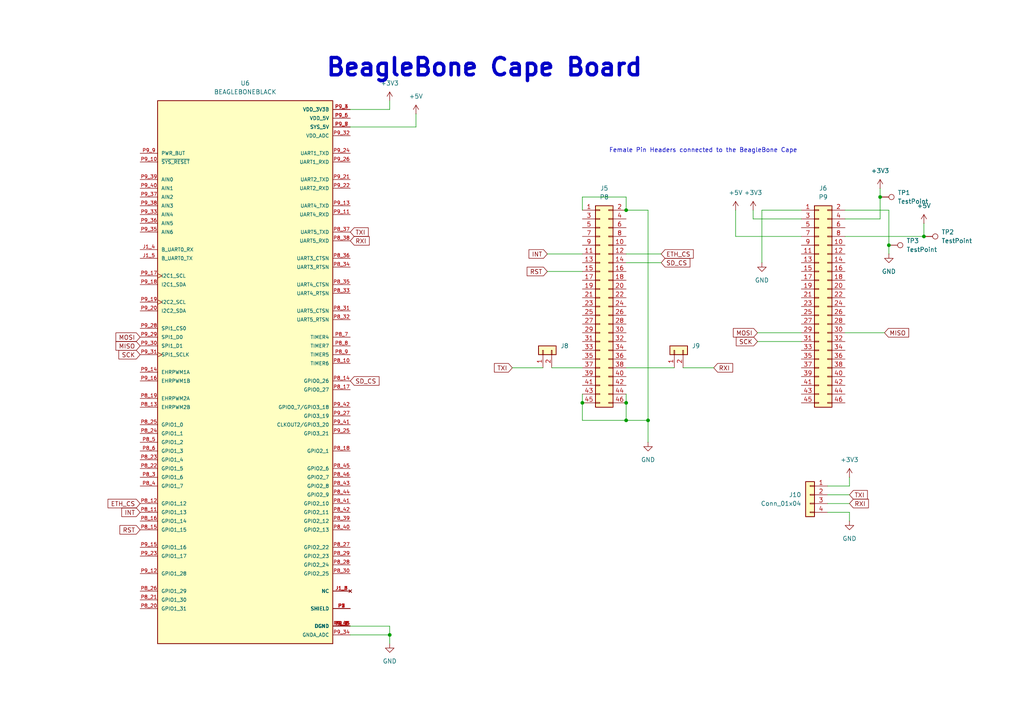
<source format=kicad_sch>
(kicad_sch
	(version 20250114)
	(generator "eeschema")
	(generator_version "9.0")
	(uuid "3fa9513a-e1ed-4a36-ab6f-80ce701f2eb2")
	(paper "A4")
	(title_block
		(title "S0 Base Board")
		(date "2025-02-26")
		(rev "v0.1.0")
		(company "Abstract Machines")
		(comment 1 "Deigned By: Rodney Osodo")
		(comment 2 "Approved By: Jones Kisaka")
	)
	(lib_symbols
		(symbol "BEAGLEBONEBLACK:BEAGLEBONEBLACK"
			(pin_names
				(offset 1.016)
			)
			(exclude_from_sim no)
			(in_bom yes)
			(on_board yes)
			(property "Reference" "U"
				(at -25.4 79.375 0)
				(effects
					(font
						(size 1.27 1.27)
					)
					(justify left bottom)
				)
			)
			(property "Value" "BEAGLEBONEBLACK"
				(at -25.4 -81.28 0)
				(effects
					(font
						(size 1.27 1.27)
					)
					(justify left bottom)
				)
			)
			(property "Footprint" "BEAGLEBONEBLACK:MODULE_BEAGLEBONEBLACK"
				(at 0 0 0)
				(effects
					(font
						(size 1.27 1.27)
					)
					(justify bottom)
					(hide yes)
				)
			)
			(property "Datasheet" ""
				(at 0 0 0)
				(effects
					(font
						(size 1.27 1.27)
					)
					(hide yes)
				)
			)
			(property "Description" ""
				(at 0 0 0)
				(effects
					(font
						(size 1.27 1.27)
					)
					(hide yes)
				)
			)
			(property "MF" "Seeed Development Limited"
				(at 0 0 0)
				(effects
					(font
						(size 1.27 1.27)
					)
					(justify bottom)
					(hide yes)
				)
			)
			(property "MAXIMUM_PACKAGE_HEIGHT" "4.76 mm"
				(at 0 0 0)
				(effects
					(font
						(size 1.27 1.27)
					)
					(justify bottom)
					(hide yes)
				)
			)
			(property "Package" "None"
				(at 0 0 0)
				(effects
					(font
						(size 1.27 1.27)
					)
					(justify bottom)
					(hide yes)
				)
			)
			(property "Price" "None"
				(at 0 0 0)
				(effects
					(font
						(size 1.27 1.27)
					)
					(justify bottom)
					(hide yes)
				)
			)
			(property "Check_prices" "https://www.snapeda.com/parts/BEAGLEBONE%20BLACK/Seeed+Studio/view-part/?ref=eda"
				(at 0 0 0)
				(effects
					(font
						(size 1.27 1.27)
					)
					(justify bottom)
					(hide yes)
				)
			)
			(property "STANDARD" "Manufacturer Recommendations"
				(at 0 0 0)
				(effects
					(font
						(size 1.27 1.27)
					)
					(justify bottom)
					(hide yes)
				)
			)
			(property "PARTREV" "C"
				(at 0 0 0)
				(effects
					(font
						(size 1.27 1.27)
					)
					(justify bottom)
					(hide yes)
				)
			)
			(property "SnapEDA_Link" "https://www.snapeda.com/parts/BEAGLEBONE%20BLACK/Seeed+Studio/view-part/?ref=snap"
				(at 0 0 0)
				(effects
					(font
						(size 1.27 1.27)
					)
					(justify bottom)
					(hide yes)
				)
			)
			(property "MP" "BEAGLEBONE BLACK"
				(at 0 0 0)
				(effects
					(font
						(size 1.27 1.27)
					)
					(justify bottom)
					(hide yes)
				)
			)
			(property "Description_1" "\n                        \n                            AM3358 Microprocessor Development Board 1000MHz CPU 512MB RAM 4GB eMMC Flash\n                        \n"
				(at 0 0 0)
				(effects
					(font
						(size 1.27 1.27)
					)
					(justify bottom)
					(hide yes)
				)
			)
			(property "Availability" "Not in stock"
				(at 0 0 0)
				(effects
					(font
						(size 1.27 1.27)
					)
					(justify bottom)
					(hide yes)
				)
			)
			(property "MANUFACTURER" "Bearings Limited"
				(at 0 0 0)
				(effects
					(font
						(size 1.27 1.27)
					)
					(justify bottom)
					(hide yes)
				)
			)
			(symbol "BEAGLEBONEBLACK_0_0"
				(rectangle
					(start -25.4 -78.74)
					(end 25.4 78.74)
					(stroke
						(width 0.254)
						(type default)
					)
					(fill
						(type background)
					)
				)
				(pin input line
					(at -30.48 63.5 0)
					(length 5.08)
					(name "PWR_BUT"
						(effects
							(font
								(size 1.016 1.016)
							)
						)
					)
					(number "P9_9"
						(effects
							(font
								(size 1.016 1.016)
							)
						)
					)
				)
				(pin input line
					(at -30.48 60.96 0)
					(length 5.08)
					(name "~{SYS_RESET}"
						(effects
							(font
								(size 1.016 1.016)
							)
						)
					)
					(number "P9_10"
						(effects
							(font
								(size 1.016 1.016)
							)
						)
					)
				)
				(pin input line
					(at -30.48 55.88 0)
					(length 5.08)
					(name "AIN0"
						(effects
							(font
								(size 1.016 1.016)
							)
						)
					)
					(number "P9_39"
						(effects
							(font
								(size 1.016 1.016)
							)
						)
					)
				)
				(pin input line
					(at -30.48 53.34 0)
					(length 5.08)
					(name "AIN1"
						(effects
							(font
								(size 1.016 1.016)
							)
						)
					)
					(number "P9_40"
						(effects
							(font
								(size 1.016 1.016)
							)
						)
					)
				)
				(pin input line
					(at -30.48 50.8 0)
					(length 5.08)
					(name "AIN2"
						(effects
							(font
								(size 1.016 1.016)
							)
						)
					)
					(number "P9_37"
						(effects
							(font
								(size 1.016 1.016)
							)
						)
					)
				)
				(pin input line
					(at -30.48 48.26 0)
					(length 5.08)
					(name "AIN3"
						(effects
							(font
								(size 1.016 1.016)
							)
						)
					)
					(number "P9_38"
						(effects
							(font
								(size 1.016 1.016)
							)
						)
					)
				)
				(pin input line
					(at -30.48 45.72 0)
					(length 5.08)
					(name "AIN4"
						(effects
							(font
								(size 1.016 1.016)
							)
						)
					)
					(number "P9_33"
						(effects
							(font
								(size 1.016 1.016)
							)
						)
					)
				)
				(pin input line
					(at -30.48 43.18 0)
					(length 5.08)
					(name "AIN5"
						(effects
							(font
								(size 1.016 1.016)
							)
						)
					)
					(number "P9_36"
						(effects
							(font
								(size 1.016 1.016)
							)
						)
					)
				)
				(pin input line
					(at -30.48 40.64 0)
					(length 5.08)
					(name "AIN6"
						(effects
							(font
								(size 1.016 1.016)
							)
						)
					)
					(number "P9_35"
						(effects
							(font
								(size 1.016 1.016)
							)
						)
					)
				)
				(pin bidirectional line
					(at -30.48 35.56 0)
					(length 5.08)
					(name "B_UART0_RX"
						(effects
							(font
								(size 1.016 1.016)
							)
						)
					)
					(number "J1_4"
						(effects
							(font
								(size 1.016 1.016)
							)
						)
					)
				)
				(pin bidirectional line
					(at -30.48 33.02 0)
					(length 5.08)
					(name "B_UART0_TX"
						(effects
							(font
								(size 1.016 1.016)
							)
						)
					)
					(number "J1_5"
						(effects
							(font
								(size 1.016 1.016)
							)
						)
					)
				)
				(pin bidirectional clock
					(at -30.48 27.94 0)
					(length 5.08)
					(name "I2C1_SCL"
						(effects
							(font
								(size 1.016 1.016)
							)
						)
					)
					(number "P9_17"
						(effects
							(font
								(size 1.016 1.016)
							)
						)
					)
				)
				(pin bidirectional line
					(at -30.48 25.4 0)
					(length 5.08)
					(name "I2C1_SDA"
						(effects
							(font
								(size 1.016 1.016)
							)
						)
					)
					(number "P9_18"
						(effects
							(font
								(size 1.016 1.016)
							)
						)
					)
				)
				(pin bidirectional clock
					(at -30.48 20.32 0)
					(length 5.08)
					(name "I2C2_SCL"
						(effects
							(font
								(size 1.016 1.016)
							)
						)
					)
					(number "P9_19"
						(effects
							(font
								(size 1.016 1.016)
							)
						)
					)
				)
				(pin bidirectional line
					(at -30.48 17.78 0)
					(length 5.08)
					(name "I2C2_SDA"
						(effects
							(font
								(size 1.016 1.016)
							)
						)
					)
					(number "P9_20"
						(effects
							(font
								(size 1.016 1.016)
							)
						)
					)
				)
				(pin bidirectional line
					(at -30.48 12.7 0)
					(length 5.08)
					(name "SPI1_CS0"
						(effects
							(font
								(size 1.016 1.016)
							)
						)
					)
					(number "P9_28"
						(effects
							(font
								(size 1.016 1.016)
							)
						)
					)
				)
				(pin bidirectional line
					(at -30.48 10.16 0)
					(length 5.08)
					(name "SPI1_D0"
						(effects
							(font
								(size 1.016 1.016)
							)
						)
					)
					(number "P9_29"
						(effects
							(font
								(size 1.016 1.016)
							)
						)
					)
				)
				(pin bidirectional line
					(at -30.48 7.62 0)
					(length 5.08)
					(name "SPI1_D1"
						(effects
							(font
								(size 1.016 1.016)
							)
						)
					)
					(number "P9_30"
						(effects
							(font
								(size 1.016 1.016)
							)
						)
					)
				)
				(pin bidirectional clock
					(at -30.48 5.08 0)
					(length 5.08)
					(name "SPI1_SCLK"
						(effects
							(font
								(size 1.016 1.016)
							)
						)
					)
					(number "P9_31"
						(effects
							(font
								(size 1.016 1.016)
							)
						)
					)
				)
				(pin bidirectional line
					(at -30.48 0 0)
					(length 5.08)
					(name "EHRPWM1A"
						(effects
							(font
								(size 1.016 1.016)
							)
						)
					)
					(number "P9_14"
						(effects
							(font
								(size 1.016 1.016)
							)
						)
					)
				)
				(pin bidirectional line
					(at -30.48 -2.54 0)
					(length 5.08)
					(name "EHRPWM1B"
						(effects
							(font
								(size 1.016 1.016)
							)
						)
					)
					(number "P9_16"
						(effects
							(font
								(size 1.016 1.016)
							)
						)
					)
				)
				(pin bidirectional line
					(at -30.48 -7.62 0)
					(length 5.08)
					(name "EHRPWM2A"
						(effects
							(font
								(size 1.016 1.016)
							)
						)
					)
					(number "P8_19"
						(effects
							(font
								(size 1.016 1.016)
							)
						)
					)
				)
				(pin bidirectional line
					(at -30.48 -10.16 0)
					(length 5.08)
					(name "EHRPWM2B"
						(effects
							(font
								(size 1.016 1.016)
							)
						)
					)
					(number "P8_13"
						(effects
							(font
								(size 1.016 1.016)
							)
						)
					)
				)
				(pin bidirectional line
					(at -30.48 -15.24 0)
					(length 5.08)
					(name "GPIO1_0"
						(effects
							(font
								(size 1.016 1.016)
							)
						)
					)
					(number "P8_25"
						(effects
							(font
								(size 1.016 1.016)
							)
						)
					)
				)
				(pin bidirectional line
					(at -30.48 -17.78 0)
					(length 5.08)
					(name "GPIO1_1"
						(effects
							(font
								(size 1.016 1.016)
							)
						)
					)
					(number "P8_24"
						(effects
							(font
								(size 1.016 1.016)
							)
						)
					)
				)
				(pin bidirectional line
					(at -30.48 -20.32 0)
					(length 5.08)
					(name "GPIO1_2"
						(effects
							(font
								(size 1.016 1.016)
							)
						)
					)
					(number "P8_5"
						(effects
							(font
								(size 1.016 1.016)
							)
						)
					)
				)
				(pin bidirectional line
					(at -30.48 -22.86 0)
					(length 5.08)
					(name "GPIO1_3"
						(effects
							(font
								(size 1.016 1.016)
							)
						)
					)
					(number "P8_6"
						(effects
							(font
								(size 1.016 1.016)
							)
						)
					)
				)
				(pin bidirectional line
					(at -30.48 -25.4 0)
					(length 5.08)
					(name "GPIO1_4"
						(effects
							(font
								(size 1.016 1.016)
							)
						)
					)
					(number "P8_23"
						(effects
							(font
								(size 1.016 1.016)
							)
						)
					)
				)
				(pin bidirectional line
					(at -30.48 -27.94 0)
					(length 5.08)
					(name "GPIO1_5"
						(effects
							(font
								(size 1.016 1.016)
							)
						)
					)
					(number "P8_22"
						(effects
							(font
								(size 1.016 1.016)
							)
						)
					)
				)
				(pin bidirectional line
					(at -30.48 -30.48 0)
					(length 5.08)
					(name "GPIO1_6"
						(effects
							(font
								(size 1.016 1.016)
							)
						)
					)
					(number "P8_3"
						(effects
							(font
								(size 1.016 1.016)
							)
						)
					)
				)
				(pin bidirectional line
					(at -30.48 -33.02 0)
					(length 5.08)
					(name "GPIO1_7"
						(effects
							(font
								(size 1.016 1.016)
							)
						)
					)
					(number "P8_4"
						(effects
							(font
								(size 1.016 1.016)
							)
						)
					)
				)
				(pin bidirectional line
					(at -30.48 -38.1 0)
					(length 5.08)
					(name "GPIO1_12"
						(effects
							(font
								(size 1.016 1.016)
							)
						)
					)
					(number "P8_12"
						(effects
							(font
								(size 1.016 1.016)
							)
						)
					)
				)
				(pin bidirectional line
					(at -30.48 -40.64 0)
					(length 5.08)
					(name "GPIO1_13"
						(effects
							(font
								(size 1.016 1.016)
							)
						)
					)
					(number "P8_11"
						(effects
							(font
								(size 1.016 1.016)
							)
						)
					)
				)
				(pin bidirectional line
					(at -30.48 -43.18 0)
					(length 5.08)
					(name "GPIO1_14"
						(effects
							(font
								(size 1.016 1.016)
							)
						)
					)
					(number "P8_16"
						(effects
							(font
								(size 1.016 1.016)
							)
						)
					)
				)
				(pin bidirectional line
					(at -30.48 -45.72 0)
					(length 5.08)
					(name "GPIO1_15"
						(effects
							(font
								(size 1.016 1.016)
							)
						)
					)
					(number "P8_15"
						(effects
							(font
								(size 1.016 1.016)
							)
						)
					)
				)
				(pin bidirectional line
					(at -30.48 -50.8 0)
					(length 5.08)
					(name "GPIO1_16"
						(effects
							(font
								(size 1.016 1.016)
							)
						)
					)
					(number "P9_15"
						(effects
							(font
								(size 1.016 1.016)
							)
						)
					)
				)
				(pin bidirectional line
					(at -30.48 -53.34 0)
					(length 5.08)
					(name "GPIO1_17"
						(effects
							(font
								(size 1.016 1.016)
							)
						)
					)
					(number "P9_23"
						(effects
							(font
								(size 1.016 1.016)
							)
						)
					)
				)
				(pin bidirectional line
					(at -30.48 -58.42 0)
					(length 5.08)
					(name "GPIO1_28"
						(effects
							(font
								(size 1.016 1.016)
							)
						)
					)
					(number "P9_12"
						(effects
							(font
								(size 1.016 1.016)
							)
						)
					)
				)
				(pin bidirectional line
					(at -30.48 -63.5 0)
					(length 5.08)
					(name "GPIO1_29"
						(effects
							(font
								(size 1.016 1.016)
							)
						)
					)
					(number "P8_26"
						(effects
							(font
								(size 1.016 1.016)
							)
						)
					)
				)
				(pin bidirectional line
					(at -30.48 -66.04 0)
					(length 5.08)
					(name "GPIO1_30"
						(effects
							(font
								(size 1.016 1.016)
							)
						)
					)
					(number "P8_21"
						(effects
							(font
								(size 1.016 1.016)
							)
						)
					)
				)
				(pin bidirectional line
					(at -30.48 -68.58 0)
					(length 5.08)
					(name "GPIO1_31"
						(effects
							(font
								(size 1.016 1.016)
							)
						)
					)
					(number "P8_20"
						(effects
							(font
								(size 1.016 1.016)
							)
						)
					)
				)
				(pin power_in line
					(at 30.48 76.2 180)
					(length 5.08)
					(name "VDD_3V3B"
						(effects
							(font
								(size 1.016 1.016)
							)
						)
					)
					(number "P9_3"
						(effects
							(font
								(size 1.016 1.016)
							)
						)
					)
				)
				(pin power_in line
					(at 30.48 76.2 180)
					(length 5.08)
					(name "VDD_3V3B"
						(effects
							(font
								(size 1.016 1.016)
							)
						)
					)
					(number "P9_4"
						(effects
							(font
								(size 1.016 1.016)
							)
						)
					)
				)
				(pin power_in line
					(at 30.48 73.66 180)
					(length 5.08)
					(name "VDD_5V"
						(effects
							(font
								(size 1.016 1.016)
							)
						)
					)
					(number "P9_5"
						(effects
							(font
								(size 1.016 1.016)
							)
						)
					)
				)
				(pin power_in line
					(at 30.48 73.66 180)
					(length 5.08)
					(name "VDD_5V"
						(effects
							(font
								(size 1.016 1.016)
							)
						)
					)
					(number "P9_6"
						(effects
							(font
								(size 1.016 1.016)
							)
						)
					)
				)
				(pin power_in line
					(at 30.48 71.12 180)
					(length 5.08)
					(name "SYS_5V"
						(effects
							(font
								(size 1.016 1.016)
							)
						)
					)
					(number "P9_7"
						(effects
							(font
								(size 1.016 1.016)
							)
						)
					)
				)
				(pin power_in line
					(at 30.48 71.12 180)
					(length 5.08)
					(name "SYS_5V"
						(effects
							(font
								(size 1.016 1.016)
							)
						)
					)
					(number "P9_8"
						(effects
							(font
								(size 1.016 1.016)
							)
						)
					)
				)
				(pin power_in line
					(at 30.48 68.58 180)
					(length 5.08)
					(name "VDD_ADC"
						(effects
							(font
								(size 1.016 1.016)
							)
						)
					)
					(number "P9_32"
						(effects
							(font
								(size 1.016 1.016)
							)
						)
					)
				)
				(pin bidirectional line
					(at 30.48 63.5 180)
					(length 5.08)
					(name "UART1_TXD"
						(effects
							(font
								(size 1.016 1.016)
							)
						)
					)
					(number "P9_24"
						(effects
							(font
								(size 1.016 1.016)
							)
						)
					)
				)
				(pin bidirectional line
					(at 30.48 60.96 180)
					(length 5.08)
					(name "UART1_RXD"
						(effects
							(font
								(size 1.016 1.016)
							)
						)
					)
					(number "P9_26"
						(effects
							(font
								(size 1.016 1.016)
							)
						)
					)
				)
				(pin bidirectional line
					(at 30.48 55.88 180)
					(length 5.08)
					(name "UART2_TXD"
						(effects
							(font
								(size 1.016 1.016)
							)
						)
					)
					(number "P9_21"
						(effects
							(font
								(size 1.016 1.016)
							)
						)
					)
				)
				(pin bidirectional line
					(at 30.48 53.34 180)
					(length 5.08)
					(name "UART2_RXD"
						(effects
							(font
								(size 1.016 1.016)
							)
						)
					)
					(number "P9_22"
						(effects
							(font
								(size 1.016 1.016)
							)
						)
					)
				)
				(pin bidirectional line
					(at 30.48 48.26 180)
					(length 5.08)
					(name "UART4_TXD"
						(effects
							(font
								(size 1.016 1.016)
							)
						)
					)
					(number "P9_13"
						(effects
							(font
								(size 1.016 1.016)
							)
						)
					)
				)
				(pin bidirectional line
					(at 30.48 45.72 180)
					(length 5.08)
					(name "UART4_RXD"
						(effects
							(font
								(size 1.016 1.016)
							)
						)
					)
					(number "P9_11"
						(effects
							(font
								(size 1.016 1.016)
							)
						)
					)
				)
				(pin bidirectional line
					(at 30.48 40.64 180)
					(length 5.08)
					(name "UART5_TXD"
						(effects
							(font
								(size 1.016 1.016)
							)
						)
					)
					(number "P8_37"
						(effects
							(font
								(size 1.016 1.016)
							)
						)
					)
				)
				(pin bidirectional line
					(at 30.48 38.1 180)
					(length 5.08)
					(name "UART5_RXD"
						(effects
							(font
								(size 1.016 1.016)
							)
						)
					)
					(number "P8_38"
						(effects
							(font
								(size 1.016 1.016)
							)
						)
					)
				)
				(pin bidirectional line
					(at 30.48 33.02 180)
					(length 5.08)
					(name "UART3_CTSN"
						(effects
							(font
								(size 1.016 1.016)
							)
						)
					)
					(number "P8_36"
						(effects
							(font
								(size 1.016 1.016)
							)
						)
					)
				)
				(pin bidirectional line
					(at 30.48 30.48 180)
					(length 5.08)
					(name "UART3_RTSN"
						(effects
							(font
								(size 1.016 1.016)
							)
						)
					)
					(number "P8_34"
						(effects
							(font
								(size 1.016 1.016)
							)
						)
					)
				)
				(pin bidirectional line
					(at 30.48 25.4 180)
					(length 5.08)
					(name "UART4_CTSN"
						(effects
							(font
								(size 1.016 1.016)
							)
						)
					)
					(number "P8_35"
						(effects
							(font
								(size 1.016 1.016)
							)
						)
					)
				)
				(pin bidirectional line
					(at 30.48 22.86 180)
					(length 5.08)
					(name "UART4_RTSN"
						(effects
							(font
								(size 1.016 1.016)
							)
						)
					)
					(number "P8_33"
						(effects
							(font
								(size 1.016 1.016)
							)
						)
					)
				)
				(pin bidirectional line
					(at 30.48 17.78 180)
					(length 5.08)
					(name "UART5_CTSN"
						(effects
							(font
								(size 1.016 1.016)
							)
						)
					)
					(number "P8_31"
						(effects
							(font
								(size 1.016 1.016)
							)
						)
					)
				)
				(pin bidirectional line
					(at 30.48 15.24 180)
					(length 5.08)
					(name "UART5_RTSN"
						(effects
							(font
								(size 1.016 1.016)
							)
						)
					)
					(number "P8_32"
						(effects
							(font
								(size 1.016 1.016)
							)
						)
					)
				)
				(pin bidirectional line
					(at 30.48 10.16 180)
					(length 5.08)
					(name "TIMER4"
						(effects
							(font
								(size 1.016 1.016)
							)
						)
					)
					(number "P8_7"
						(effects
							(font
								(size 1.016 1.016)
							)
						)
					)
				)
				(pin bidirectional line
					(at 30.48 7.62 180)
					(length 5.08)
					(name "TIMER7"
						(effects
							(font
								(size 1.016 1.016)
							)
						)
					)
					(number "P8_8"
						(effects
							(font
								(size 1.016 1.016)
							)
						)
					)
				)
				(pin bidirectional line
					(at 30.48 5.08 180)
					(length 5.08)
					(name "TIMER5"
						(effects
							(font
								(size 1.016 1.016)
							)
						)
					)
					(number "P8_9"
						(effects
							(font
								(size 1.016 1.016)
							)
						)
					)
				)
				(pin bidirectional line
					(at 30.48 2.54 180)
					(length 5.08)
					(name "TIMER6"
						(effects
							(font
								(size 1.016 1.016)
							)
						)
					)
					(number "P8_10"
						(effects
							(font
								(size 1.016 1.016)
							)
						)
					)
				)
				(pin bidirectional line
					(at 30.48 -2.54 180)
					(length 5.08)
					(name "GPIO0_26"
						(effects
							(font
								(size 1.016 1.016)
							)
						)
					)
					(number "P8_14"
						(effects
							(font
								(size 1.016 1.016)
							)
						)
					)
				)
				(pin bidirectional line
					(at 30.48 -5.08 180)
					(length 5.08)
					(name "GPIO0_27"
						(effects
							(font
								(size 1.016 1.016)
							)
						)
					)
					(number "P8_17"
						(effects
							(font
								(size 1.016 1.016)
							)
						)
					)
				)
				(pin bidirectional line
					(at 30.48 -10.16 180)
					(length 5.08)
					(name "GPIO0_7/GPIO3_18"
						(effects
							(font
								(size 1.016 1.016)
							)
						)
					)
					(number "P9_42"
						(effects
							(font
								(size 1.016 1.016)
							)
						)
					)
				)
				(pin bidirectional line
					(at 30.48 -12.7 180)
					(length 5.08)
					(name "GPIO3_19"
						(effects
							(font
								(size 1.016 1.016)
							)
						)
					)
					(number "P9_27"
						(effects
							(font
								(size 1.016 1.016)
							)
						)
					)
				)
				(pin bidirectional line
					(at 30.48 -15.24 180)
					(length 5.08)
					(name "CLKOUT2/GPIO3_20"
						(effects
							(font
								(size 1.016 1.016)
							)
						)
					)
					(number "P9_41"
						(effects
							(font
								(size 1.016 1.016)
							)
						)
					)
				)
				(pin bidirectional line
					(at 30.48 -17.78 180)
					(length 5.08)
					(name "GPIO3_21"
						(effects
							(font
								(size 1.016 1.016)
							)
						)
					)
					(number "P9_25"
						(effects
							(font
								(size 1.016 1.016)
							)
						)
					)
				)
				(pin bidirectional line
					(at 30.48 -22.86 180)
					(length 5.08)
					(name "GPIO2_1"
						(effects
							(font
								(size 1.016 1.016)
							)
						)
					)
					(number "P8_18"
						(effects
							(font
								(size 1.016 1.016)
							)
						)
					)
				)
				(pin bidirectional line
					(at 30.48 -27.94 180)
					(length 5.08)
					(name "GPIO2_6"
						(effects
							(font
								(size 1.016 1.016)
							)
						)
					)
					(number "P8_45"
						(effects
							(font
								(size 1.016 1.016)
							)
						)
					)
				)
				(pin bidirectional line
					(at 30.48 -30.48 180)
					(length 5.08)
					(name "GPIO2_7"
						(effects
							(font
								(size 1.016 1.016)
							)
						)
					)
					(number "P8_46"
						(effects
							(font
								(size 1.016 1.016)
							)
						)
					)
				)
				(pin bidirectional line
					(at 30.48 -33.02 180)
					(length 5.08)
					(name "GPIO2_8"
						(effects
							(font
								(size 1.016 1.016)
							)
						)
					)
					(number "P8_43"
						(effects
							(font
								(size 1.016 1.016)
							)
						)
					)
				)
				(pin bidirectional line
					(at 30.48 -35.56 180)
					(length 5.08)
					(name "GPIO2_9"
						(effects
							(font
								(size 1.016 1.016)
							)
						)
					)
					(number "P8_44"
						(effects
							(font
								(size 1.016 1.016)
							)
						)
					)
				)
				(pin bidirectional line
					(at 30.48 -38.1 180)
					(length 5.08)
					(name "GPIO2_10"
						(effects
							(font
								(size 1.016 1.016)
							)
						)
					)
					(number "P8_41"
						(effects
							(font
								(size 1.016 1.016)
							)
						)
					)
				)
				(pin bidirectional line
					(at 30.48 -40.64 180)
					(length 5.08)
					(name "GPIO2_11"
						(effects
							(font
								(size 1.016 1.016)
							)
						)
					)
					(number "P8_42"
						(effects
							(font
								(size 1.016 1.016)
							)
						)
					)
				)
				(pin bidirectional line
					(at 30.48 -43.18 180)
					(length 5.08)
					(name "GPIO2_12"
						(effects
							(font
								(size 1.016 1.016)
							)
						)
					)
					(number "P8_39"
						(effects
							(font
								(size 1.016 1.016)
							)
						)
					)
				)
				(pin bidirectional line
					(at 30.48 -45.72 180)
					(length 5.08)
					(name "GPIO2_13"
						(effects
							(font
								(size 1.016 1.016)
							)
						)
					)
					(number "P8_40"
						(effects
							(font
								(size 1.016 1.016)
							)
						)
					)
				)
				(pin bidirectional line
					(at 30.48 -50.8 180)
					(length 5.08)
					(name "GPIO2_22"
						(effects
							(font
								(size 1.016 1.016)
							)
						)
					)
					(number "P8_27"
						(effects
							(font
								(size 1.016 1.016)
							)
						)
					)
				)
				(pin bidirectional line
					(at 30.48 -53.34 180)
					(length 5.08)
					(name "GPIO2_23"
						(effects
							(font
								(size 1.016 1.016)
							)
						)
					)
					(number "P8_29"
						(effects
							(font
								(size 1.016 1.016)
							)
						)
					)
				)
				(pin bidirectional line
					(at 30.48 -55.88 180)
					(length 5.08)
					(name "GPIO2_24"
						(effects
							(font
								(size 1.016 1.016)
							)
						)
					)
					(number "P8_28"
						(effects
							(font
								(size 1.016 1.016)
							)
						)
					)
				)
				(pin bidirectional line
					(at 30.48 -58.42 180)
					(length 5.08)
					(name "GPIO2_25"
						(effects
							(font
								(size 1.016 1.016)
							)
						)
					)
					(number "P8_30"
						(effects
							(font
								(size 1.016 1.016)
							)
						)
					)
				)
				(pin no_connect line
					(at 30.48 -63.5 180)
					(length 5.08)
					(name "NC"
						(effects
							(font
								(size 1.016 1.016)
							)
						)
					)
					(number "J1_2"
						(effects
							(font
								(size 1.016 1.016)
							)
						)
					)
				)
				(pin no_connect line
					(at 30.48 -63.5 180)
					(length 5.08)
					(name "NC"
						(effects
							(font
								(size 1.016 1.016)
							)
						)
					)
					(number "J1_3"
						(effects
							(font
								(size 1.016 1.016)
							)
						)
					)
				)
				(pin no_connect line
					(at 30.48 -63.5 180)
					(length 5.08)
					(name "NC"
						(effects
							(font
								(size 1.016 1.016)
							)
						)
					)
					(number "J1_6"
						(effects
							(font
								(size 1.016 1.016)
							)
						)
					)
				)
				(pin passive line
					(at 30.48 -68.58 180)
					(length 5.08)
					(name "SHIELD"
						(effects
							(font
								(size 1.016 1.016)
							)
						)
					)
					(number "P1"
						(effects
							(font
								(size 1.016 1.016)
							)
						)
					)
				)
				(pin passive line
					(at 30.48 -68.58 180)
					(length 5.08)
					(name "SHIELD"
						(effects
							(font
								(size 1.016 1.016)
							)
						)
					)
					(number "P2"
						(effects
							(font
								(size 1.016 1.016)
							)
						)
					)
				)
				(pin passive line
					(at 30.48 -68.58 180)
					(length 5.08)
					(name "SHIELD"
						(effects
							(font
								(size 1.016 1.016)
							)
						)
					)
					(number "P3"
						(effects
							(font
								(size 1.016 1.016)
							)
						)
					)
				)
				(pin passive line
					(at 30.48 -68.58 180)
					(length 5.08)
					(name "SHIELD"
						(effects
							(font
								(size 1.016 1.016)
							)
						)
					)
					(number "P4"
						(effects
							(font
								(size 1.016 1.016)
							)
						)
					)
				)
				(pin power_in line
					(at 30.48 -73.66 180)
					(length 5.08)
					(name "DGND"
						(effects
							(font
								(size 1.016 1.016)
							)
						)
					)
					(number "J1_1"
						(effects
							(font
								(size 1.016 1.016)
							)
						)
					)
				)
				(pin power_in line
					(at 30.48 -73.66 180)
					(length 5.08)
					(name "DGND"
						(effects
							(font
								(size 1.016 1.016)
							)
						)
					)
					(number "P8_1"
						(effects
							(font
								(size 1.016 1.016)
							)
						)
					)
				)
				(pin power_in line
					(at 30.48 -73.66 180)
					(length 5.08)
					(name "DGND"
						(effects
							(font
								(size 1.016 1.016)
							)
						)
					)
					(number "P8_2"
						(effects
							(font
								(size 1.016 1.016)
							)
						)
					)
				)
				(pin power_in line
					(at 30.48 -73.66 180)
					(length 5.08)
					(name "DGND"
						(effects
							(font
								(size 1.016 1.016)
							)
						)
					)
					(number "P9_1"
						(effects
							(font
								(size 1.016 1.016)
							)
						)
					)
				)
				(pin power_in line
					(at 30.48 -73.66 180)
					(length 5.08)
					(name "DGND"
						(effects
							(font
								(size 1.016 1.016)
							)
						)
					)
					(number "P9_2"
						(effects
							(font
								(size 1.016 1.016)
							)
						)
					)
				)
				(pin power_in line
					(at 30.48 -73.66 180)
					(length 5.08)
					(name "DGND"
						(effects
							(font
								(size 1.016 1.016)
							)
						)
					)
					(number "P9_43"
						(effects
							(font
								(size 1.016 1.016)
							)
						)
					)
				)
				(pin power_in line
					(at 30.48 -73.66 180)
					(length 5.08)
					(name "DGND"
						(effects
							(font
								(size 1.016 1.016)
							)
						)
					)
					(number "P9_44"
						(effects
							(font
								(size 1.016 1.016)
							)
						)
					)
				)
				(pin power_in line
					(at 30.48 -73.66 180)
					(length 5.08)
					(name "DGND"
						(effects
							(font
								(size 1.016 1.016)
							)
						)
					)
					(number "P9_45"
						(effects
							(font
								(size 1.016 1.016)
							)
						)
					)
				)
				(pin power_in line
					(at 30.48 -73.66 180)
					(length 5.08)
					(name "DGND"
						(effects
							(font
								(size 1.016 1.016)
							)
						)
					)
					(number "P9_46"
						(effects
							(font
								(size 1.016 1.016)
							)
						)
					)
				)
				(pin power_in line
					(at 30.48 -76.2 180)
					(length 5.08)
					(name "GNDA_ADC"
						(effects
							(font
								(size 1.016 1.016)
							)
						)
					)
					(number "P9_34"
						(effects
							(font
								(size 1.016 1.016)
							)
						)
					)
				)
			)
			(embedded_fonts no)
		)
		(symbol "Connector:TestPoint"
			(pin_numbers
				(hide yes)
			)
			(pin_names
				(offset 0.762)
				(hide yes)
			)
			(exclude_from_sim no)
			(in_bom yes)
			(on_board yes)
			(property "Reference" "TP"
				(at 0 6.858 0)
				(effects
					(font
						(size 1.27 1.27)
					)
				)
			)
			(property "Value" "TestPoint"
				(at 0 5.08 0)
				(effects
					(font
						(size 1.27 1.27)
					)
				)
			)
			(property "Footprint" ""
				(at 5.08 0 0)
				(effects
					(font
						(size 1.27 1.27)
					)
					(hide yes)
				)
			)
			(property "Datasheet" "~"
				(at 5.08 0 0)
				(effects
					(font
						(size 1.27 1.27)
					)
					(hide yes)
				)
			)
			(property "Description" "test point"
				(at 0 0 0)
				(effects
					(font
						(size 1.27 1.27)
					)
					(hide yes)
				)
			)
			(property "ki_keywords" "test point tp"
				(at 0 0 0)
				(effects
					(font
						(size 1.27 1.27)
					)
					(hide yes)
				)
			)
			(property "ki_fp_filters" "Pin* Test*"
				(at 0 0 0)
				(effects
					(font
						(size 1.27 1.27)
					)
					(hide yes)
				)
			)
			(symbol "TestPoint_0_1"
				(circle
					(center 0 3.302)
					(radius 0.762)
					(stroke
						(width 0)
						(type default)
					)
					(fill
						(type none)
					)
				)
			)
			(symbol "TestPoint_1_1"
				(pin passive line
					(at 0 0 90)
					(length 2.54)
					(name "1"
						(effects
							(font
								(size 1.27 1.27)
							)
						)
					)
					(number "1"
						(effects
							(font
								(size 1.27 1.27)
							)
						)
					)
				)
			)
			(embedded_fonts no)
		)
		(symbol "Connector_Generic:Conn_01x02"
			(pin_names
				(offset 1.016)
				(hide yes)
			)
			(exclude_from_sim no)
			(in_bom yes)
			(on_board yes)
			(property "Reference" "J"
				(at 0 2.54 0)
				(effects
					(font
						(size 1.27 1.27)
					)
				)
			)
			(property "Value" "Conn_01x02"
				(at 0 -5.08 0)
				(effects
					(font
						(size 1.27 1.27)
					)
				)
			)
			(property "Footprint" ""
				(at 0 0 0)
				(effects
					(font
						(size 1.27 1.27)
					)
					(hide yes)
				)
			)
			(property "Datasheet" "~"
				(at 0 0 0)
				(effects
					(font
						(size 1.27 1.27)
					)
					(hide yes)
				)
			)
			(property "Description" "Generic connector, single row, 01x02, script generated (kicad-library-utils/schlib/autogen/connector/)"
				(at 0 0 0)
				(effects
					(font
						(size 1.27 1.27)
					)
					(hide yes)
				)
			)
			(property "ki_keywords" "connector"
				(at 0 0 0)
				(effects
					(font
						(size 1.27 1.27)
					)
					(hide yes)
				)
			)
			(property "ki_fp_filters" "Connector*:*_1x??_*"
				(at 0 0 0)
				(effects
					(font
						(size 1.27 1.27)
					)
					(hide yes)
				)
			)
			(symbol "Conn_01x02_1_1"
				(rectangle
					(start -1.27 1.27)
					(end 1.27 -3.81)
					(stroke
						(width 0.254)
						(type default)
					)
					(fill
						(type background)
					)
				)
				(rectangle
					(start -1.27 0.127)
					(end 0 -0.127)
					(stroke
						(width 0.1524)
						(type default)
					)
					(fill
						(type none)
					)
				)
				(rectangle
					(start -1.27 -2.413)
					(end 0 -2.667)
					(stroke
						(width 0.1524)
						(type default)
					)
					(fill
						(type none)
					)
				)
				(pin passive line
					(at -5.08 0 0)
					(length 3.81)
					(name "Pin_1"
						(effects
							(font
								(size 1.27 1.27)
							)
						)
					)
					(number "1"
						(effects
							(font
								(size 1.27 1.27)
							)
						)
					)
				)
				(pin passive line
					(at -5.08 -2.54 0)
					(length 3.81)
					(name "Pin_2"
						(effects
							(font
								(size 1.27 1.27)
							)
						)
					)
					(number "2"
						(effects
							(font
								(size 1.27 1.27)
							)
						)
					)
				)
			)
			(embedded_fonts no)
		)
		(symbol "Connector_Generic:Conn_01x04"
			(pin_names
				(offset 1.016)
				(hide yes)
			)
			(exclude_from_sim no)
			(in_bom yes)
			(on_board yes)
			(property "Reference" "J"
				(at 0 5.08 0)
				(effects
					(font
						(size 1.27 1.27)
					)
				)
			)
			(property "Value" "Conn_01x04"
				(at 0 -7.62 0)
				(effects
					(font
						(size 1.27 1.27)
					)
				)
			)
			(property "Footprint" ""
				(at 0 0 0)
				(effects
					(font
						(size 1.27 1.27)
					)
					(hide yes)
				)
			)
			(property "Datasheet" "~"
				(at 0 0 0)
				(effects
					(font
						(size 1.27 1.27)
					)
					(hide yes)
				)
			)
			(property "Description" "Generic connector, single row, 01x04, script generated (kicad-library-utils/schlib/autogen/connector/)"
				(at 0 0 0)
				(effects
					(font
						(size 1.27 1.27)
					)
					(hide yes)
				)
			)
			(property "ki_keywords" "connector"
				(at 0 0 0)
				(effects
					(font
						(size 1.27 1.27)
					)
					(hide yes)
				)
			)
			(property "ki_fp_filters" "Connector*:*_1x??_*"
				(at 0 0 0)
				(effects
					(font
						(size 1.27 1.27)
					)
					(hide yes)
				)
			)
			(symbol "Conn_01x04_1_1"
				(rectangle
					(start -1.27 3.81)
					(end 1.27 -6.35)
					(stroke
						(width 0.254)
						(type default)
					)
					(fill
						(type background)
					)
				)
				(rectangle
					(start -1.27 2.667)
					(end 0 2.413)
					(stroke
						(width 0.1524)
						(type default)
					)
					(fill
						(type none)
					)
				)
				(rectangle
					(start -1.27 0.127)
					(end 0 -0.127)
					(stroke
						(width 0.1524)
						(type default)
					)
					(fill
						(type none)
					)
				)
				(rectangle
					(start -1.27 -2.413)
					(end 0 -2.667)
					(stroke
						(width 0.1524)
						(type default)
					)
					(fill
						(type none)
					)
				)
				(rectangle
					(start -1.27 -4.953)
					(end 0 -5.207)
					(stroke
						(width 0.1524)
						(type default)
					)
					(fill
						(type none)
					)
				)
				(pin passive line
					(at -5.08 2.54 0)
					(length 3.81)
					(name "Pin_1"
						(effects
							(font
								(size 1.27 1.27)
							)
						)
					)
					(number "1"
						(effects
							(font
								(size 1.27 1.27)
							)
						)
					)
				)
				(pin passive line
					(at -5.08 0 0)
					(length 3.81)
					(name "Pin_2"
						(effects
							(font
								(size 1.27 1.27)
							)
						)
					)
					(number "2"
						(effects
							(font
								(size 1.27 1.27)
							)
						)
					)
				)
				(pin passive line
					(at -5.08 -2.54 0)
					(length 3.81)
					(name "Pin_3"
						(effects
							(font
								(size 1.27 1.27)
							)
						)
					)
					(number "3"
						(effects
							(font
								(size 1.27 1.27)
							)
						)
					)
				)
				(pin passive line
					(at -5.08 -5.08 0)
					(length 3.81)
					(name "Pin_4"
						(effects
							(font
								(size 1.27 1.27)
							)
						)
					)
					(number "4"
						(effects
							(font
								(size 1.27 1.27)
							)
						)
					)
				)
			)
			(embedded_fonts no)
		)
		(symbol "Connector_Generic:Conn_02x23_Odd_Even"
			(pin_names
				(offset 1.016)
				(hide yes)
			)
			(exclude_from_sim no)
			(in_bom yes)
			(on_board yes)
			(property "Reference" "J"
				(at 1.27 30.48 0)
				(effects
					(font
						(size 1.27 1.27)
					)
				)
			)
			(property "Value" "Conn_02x23_Odd_Even"
				(at 1.27 -30.48 0)
				(effects
					(font
						(size 1.27 1.27)
					)
				)
			)
			(property "Footprint" ""
				(at 0 0 0)
				(effects
					(font
						(size 1.27 1.27)
					)
					(hide yes)
				)
			)
			(property "Datasheet" "~"
				(at 0 0 0)
				(effects
					(font
						(size 1.27 1.27)
					)
					(hide yes)
				)
			)
			(property "Description" "Generic connector, double row, 02x23, odd/even pin numbering scheme (row 1 odd numbers, row 2 even numbers), script generated (kicad-library-utils/schlib/autogen/connector/)"
				(at 0 0 0)
				(effects
					(font
						(size 1.27 1.27)
					)
					(hide yes)
				)
			)
			(property "ki_keywords" "connector"
				(at 0 0 0)
				(effects
					(font
						(size 1.27 1.27)
					)
					(hide yes)
				)
			)
			(property "ki_fp_filters" "Connector*:*_2x??_*"
				(at 0 0 0)
				(effects
					(font
						(size 1.27 1.27)
					)
					(hide yes)
				)
			)
			(symbol "Conn_02x23_Odd_Even_1_1"
				(rectangle
					(start -1.27 29.21)
					(end 3.81 -29.21)
					(stroke
						(width 0.254)
						(type default)
					)
					(fill
						(type background)
					)
				)
				(rectangle
					(start -1.27 28.067)
					(end 0 27.813)
					(stroke
						(width 0.1524)
						(type default)
					)
					(fill
						(type none)
					)
				)
				(rectangle
					(start -1.27 25.527)
					(end 0 25.273)
					(stroke
						(width 0.1524)
						(type default)
					)
					(fill
						(type none)
					)
				)
				(rectangle
					(start -1.27 22.987)
					(end 0 22.733)
					(stroke
						(width 0.1524)
						(type default)
					)
					(fill
						(type none)
					)
				)
				(rectangle
					(start -1.27 20.447)
					(end 0 20.193)
					(stroke
						(width 0.1524)
						(type default)
					)
					(fill
						(type none)
					)
				)
				(rectangle
					(start -1.27 17.907)
					(end 0 17.653)
					(stroke
						(width 0.1524)
						(type default)
					)
					(fill
						(type none)
					)
				)
				(rectangle
					(start -1.27 15.367)
					(end 0 15.113)
					(stroke
						(width 0.1524)
						(type default)
					)
					(fill
						(type none)
					)
				)
				(rectangle
					(start -1.27 12.827)
					(end 0 12.573)
					(stroke
						(width 0.1524)
						(type default)
					)
					(fill
						(type none)
					)
				)
				(rectangle
					(start -1.27 10.287)
					(end 0 10.033)
					(stroke
						(width 0.1524)
						(type default)
					)
					(fill
						(type none)
					)
				)
				(rectangle
					(start -1.27 7.747)
					(end 0 7.493)
					(stroke
						(width 0.1524)
						(type default)
					)
					(fill
						(type none)
					)
				)
				(rectangle
					(start -1.27 5.207)
					(end 0 4.953)
					(stroke
						(width 0.1524)
						(type default)
					)
					(fill
						(type none)
					)
				)
				(rectangle
					(start -1.27 2.667)
					(end 0 2.413)
					(stroke
						(width 0.1524)
						(type default)
					)
					(fill
						(type none)
					)
				)
				(rectangle
					(start -1.27 0.127)
					(end 0 -0.127)
					(stroke
						(width 0.1524)
						(type default)
					)
					(fill
						(type none)
					)
				)
				(rectangle
					(start -1.27 -2.413)
					(end 0 -2.667)
					(stroke
						(width 0.1524)
						(type default)
					)
					(fill
						(type none)
					)
				)
				(rectangle
					(start -1.27 -4.953)
					(end 0 -5.207)
					(stroke
						(width 0.1524)
						(type default)
					)
					(fill
						(type none)
					)
				)
				(rectangle
					(start -1.27 -7.493)
					(end 0 -7.747)
					(stroke
						(width 0.1524)
						(type default)
					)
					(fill
						(type none)
					)
				)
				(rectangle
					(start -1.27 -10.033)
					(end 0 -10.287)
					(stroke
						(width 0.1524)
						(type default)
					)
					(fill
						(type none)
					)
				)
				(rectangle
					(start -1.27 -12.573)
					(end 0 -12.827)
					(stroke
						(width 0.1524)
						(type default)
					)
					(fill
						(type none)
					)
				)
				(rectangle
					(start -1.27 -15.113)
					(end 0 -15.367)
					(stroke
						(width 0.1524)
						(type default)
					)
					(fill
						(type none)
					)
				)
				(rectangle
					(start -1.27 -17.653)
					(end 0 -17.907)
					(stroke
						(width 0.1524)
						(type default)
					)
					(fill
						(type none)
					)
				)
				(rectangle
					(start -1.27 -20.193)
					(end 0 -20.447)
					(stroke
						(width 0.1524)
						(type default)
					)
					(fill
						(type none)
					)
				)
				(rectangle
					(start -1.27 -22.733)
					(end 0 -22.987)
					(stroke
						(width 0.1524)
						(type default)
					)
					(fill
						(type none)
					)
				)
				(rectangle
					(start -1.27 -25.273)
					(end 0 -25.527)
					(stroke
						(width 0.1524)
						(type default)
					)
					(fill
						(type none)
					)
				)
				(rectangle
					(start -1.27 -27.813)
					(end 0 -28.067)
					(stroke
						(width 0.1524)
						(type default)
					)
					(fill
						(type none)
					)
				)
				(rectangle
					(start 3.81 28.067)
					(end 2.54 27.813)
					(stroke
						(width 0.1524)
						(type default)
					)
					(fill
						(type none)
					)
				)
				(rectangle
					(start 3.81 25.527)
					(end 2.54 25.273)
					(stroke
						(width 0.1524)
						(type default)
					)
					(fill
						(type none)
					)
				)
				(rectangle
					(start 3.81 22.987)
					(end 2.54 22.733)
					(stroke
						(width 0.1524)
						(type default)
					)
					(fill
						(type none)
					)
				)
				(rectangle
					(start 3.81 20.447)
					(end 2.54 20.193)
					(stroke
						(width 0.1524)
						(type default)
					)
					(fill
						(type none)
					)
				)
				(rectangle
					(start 3.81 17.907)
					(end 2.54 17.653)
					(stroke
						(width 0.1524)
						(type default)
					)
					(fill
						(type none)
					)
				)
				(rectangle
					(start 3.81 15.367)
					(end 2.54 15.113)
					(stroke
						(width 0.1524)
						(type default)
					)
					(fill
						(type none)
					)
				)
				(rectangle
					(start 3.81 12.827)
					(end 2.54 12.573)
					(stroke
						(width 0.1524)
						(type default)
					)
					(fill
						(type none)
					)
				)
				(rectangle
					(start 3.81 10.287)
					(end 2.54 10.033)
					(stroke
						(width 0.1524)
						(type default)
					)
					(fill
						(type none)
					)
				)
				(rectangle
					(start 3.81 7.747)
					(end 2.54 7.493)
					(stroke
						(width 0.1524)
						(type default)
					)
					(fill
						(type none)
					)
				)
				(rectangle
					(start 3.81 5.207)
					(end 2.54 4.953)
					(stroke
						(width 0.1524)
						(type default)
					)
					(fill
						(type none)
					)
				)
				(rectangle
					(start 3.81 2.667)
					(end 2.54 2.413)
					(stroke
						(width 0.1524)
						(type default)
					)
					(fill
						(type none)
					)
				)
				(rectangle
					(start 3.81 0.127)
					(end 2.54 -0.127)
					(stroke
						(width 0.1524)
						(type default)
					)
					(fill
						(type none)
					)
				)
				(rectangle
					(start 3.81 -2.413)
					(end 2.54 -2.667)
					(stroke
						(width 0.1524)
						(type default)
					)
					(fill
						(type none)
					)
				)
				(rectangle
					(start 3.81 -4.953)
					(end 2.54 -5.207)
					(stroke
						(width 0.1524)
						(type default)
					)
					(fill
						(type none)
					)
				)
				(rectangle
					(start 3.81 -7.493)
					(end 2.54 -7.747)
					(stroke
						(width 0.1524)
						(type default)
					)
					(fill
						(type none)
					)
				)
				(rectangle
					(start 3.81 -10.033)
					(end 2.54 -10.287)
					(stroke
						(width 0.1524)
						(type default)
					)
					(fill
						(type none)
					)
				)
				(rectangle
					(start 3.81 -12.573)
					(end 2.54 -12.827)
					(stroke
						(width 0.1524)
						(type default)
					)
					(fill
						(type none)
					)
				)
				(rectangle
					(start 3.81 -15.113)
					(end 2.54 -15.367)
					(stroke
						(width 0.1524)
						(type default)
					)
					(fill
						(type none)
					)
				)
				(rectangle
					(start 3.81 -17.653)
					(end 2.54 -17.907)
					(stroke
						(width 0.1524)
						(type default)
					)
					(fill
						(type none)
					)
				)
				(rectangle
					(start 3.81 -20.193)
					(end 2.54 -20.447)
					(stroke
						(width 0.1524)
						(type default)
					)
					(fill
						(type none)
					)
				)
				(rectangle
					(start 3.81 -22.733)
					(end 2.54 -22.987)
					(stroke
						(width 0.1524)
						(type default)
					)
					(fill
						(type none)
					)
				)
				(rectangle
					(start 3.81 -25.273)
					(end 2.54 -25.527)
					(stroke
						(width 0.1524)
						(type default)
					)
					(fill
						(type none)
					)
				)
				(rectangle
					(start 3.81 -27.813)
					(end 2.54 -28.067)
					(stroke
						(width 0.1524)
						(type default)
					)
					(fill
						(type none)
					)
				)
				(pin passive line
					(at -5.08 27.94 0)
					(length 3.81)
					(name "Pin_1"
						(effects
							(font
								(size 1.27 1.27)
							)
						)
					)
					(number "1"
						(effects
							(font
								(size 1.27 1.27)
							)
						)
					)
				)
				(pin passive line
					(at -5.08 25.4 0)
					(length 3.81)
					(name "Pin_3"
						(effects
							(font
								(size 1.27 1.27)
							)
						)
					)
					(number "3"
						(effects
							(font
								(size 1.27 1.27)
							)
						)
					)
				)
				(pin passive line
					(at -5.08 22.86 0)
					(length 3.81)
					(name "Pin_5"
						(effects
							(font
								(size 1.27 1.27)
							)
						)
					)
					(number "5"
						(effects
							(font
								(size 1.27 1.27)
							)
						)
					)
				)
				(pin passive line
					(at -5.08 20.32 0)
					(length 3.81)
					(name "Pin_7"
						(effects
							(font
								(size 1.27 1.27)
							)
						)
					)
					(number "7"
						(effects
							(font
								(size 1.27 1.27)
							)
						)
					)
				)
				(pin passive line
					(at -5.08 17.78 0)
					(length 3.81)
					(name "Pin_9"
						(effects
							(font
								(size 1.27 1.27)
							)
						)
					)
					(number "9"
						(effects
							(font
								(size 1.27 1.27)
							)
						)
					)
				)
				(pin passive line
					(at -5.08 15.24 0)
					(length 3.81)
					(name "Pin_11"
						(effects
							(font
								(size 1.27 1.27)
							)
						)
					)
					(number "11"
						(effects
							(font
								(size 1.27 1.27)
							)
						)
					)
				)
				(pin passive line
					(at -5.08 12.7 0)
					(length 3.81)
					(name "Pin_13"
						(effects
							(font
								(size 1.27 1.27)
							)
						)
					)
					(number "13"
						(effects
							(font
								(size 1.27 1.27)
							)
						)
					)
				)
				(pin passive line
					(at -5.08 10.16 0)
					(length 3.81)
					(name "Pin_15"
						(effects
							(font
								(size 1.27 1.27)
							)
						)
					)
					(number "15"
						(effects
							(font
								(size 1.27 1.27)
							)
						)
					)
				)
				(pin passive line
					(at -5.08 7.62 0)
					(length 3.81)
					(name "Pin_17"
						(effects
							(font
								(size 1.27 1.27)
							)
						)
					)
					(number "17"
						(effects
							(font
								(size 1.27 1.27)
							)
						)
					)
				)
				(pin passive line
					(at -5.08 5.08 0)
					(length 3.81)
					(name "Pin_19"
						(effects
							(font
								(size 1.27 1.27)
							)
						)
					)
					(number "19"
						(effects
							(font
								(size 1.27 1.27)
							)
						)
					)
				)
				(pin passive line
					(at -5.08 2.54 0)
					(length 3.81)
					(name "Pin_21"
						(effects
							(font
								(size 1.27 1.27)
							)
						)
					)
					(number "21"
						(effects
							(font
								(size 1.27 1.27)
							)
						)
					)
				)
				(pin passive line
					(at -5.08 0 0)
					(length 3.81)
					(name "Pin_23"
						(effects
							(font
								(size 1.27 1.27)
							)
						)
					)
					(number "23"
						(effects
							(font
								(size 1.27 1.27)
							)
						)
					)
				)
				(pin passive line
					(at -5.08 -2.54 0)
					(length 3.81)
					(name "Pin_25"
						(effects
							(font
								(size 1.27 1.27)
							)
						)
					)
					(number "25"
						(effects
							(font
								(size 1.27 1.27)
							)
						)
					)
				)
				(pin passive line
					(at -5.08 -5.08 0)
					(length 3.81)
					(name "Pin_27"
						(effects
							(font
								(size 1.27 1.27)
							)
						)
					)
					(number "27"
						(effects
							(font
								(size 1.27 1.27)
							)
						)
					)
				)
				(pin passive line
					(at -5.08 -7.62 0)
					(length 3.81)
					(name "Pin_29"
						(effects
							(font
								(size 1.27 1.27)
							)
						)
					)
					(number "29"
						(effects
							(font
								(size 1.27 1.27)
							)
						)
					)
				)
				(pin passive line
					(at -5.08 -10.16 0)
					(length 3.81)
					(name "Pin_31"
						(effects
							(font
								(size 1.27 1.27)
							)
						)
					)
					(number "31"
						(effects
							(font
								(size 1.27 1.27)
							)
						)
					)
				)
				(pin passive line
					(at -5.08 -12.7 0)
					(length 3.81)
					(name "Pin_33"
						(effects
							(font
								(size 1.27 1.27)
							)
						)
					)
					(number "33"
						(effects
							(font
								(size 1.27 1.27)
							)
						)
					)
				)
				(pin passive line
					(at -5.08 -15.24 0)
					(length 3.81)
					(name "Pin_35"
						(effects
							(font
								(size 1.27 1.27)
							)
						)
					)
					(number "35"
						(effects
							(font
								(size 1.27 1.27)
							)
						)
					)
				)
				(pin passive line
					(at -5.08 -17.78 0)
					(length 3.81)
					(name "Pin_37"
						(effects
							(font
								(size 1.27 1.27)
							)
						)
					)
					(number "37"
						(effects
							(font
								(size 1.27 1.27)
							)
						)
					)
				)
				(pin passive line
					(at -5.08 -20.32 0)
					(length 3.81)
					(name "Pin_39"
						(effects
							(font
								(size 1.27 1.27)
							)
						)
					)
					(number "39"
						(effects
							(font
								(size 1.27 1.27)
							)
						)
					)
				)
				(pin passive line
					(at -5.08 -22.86 0)
					(length 3.81)
					(name "Pin_41"
						(effects
							(font
								(size 1.27 1.27)
							)
						)
					)
					(number "41"
						(effects
							(font
								(size 1.27 1.27)
							)
						)
					)
				)
				(pin passive line
					(at -5.08 -25.4 0)
					(length 3.81)
					(name "Pin_43"
						(effects
							(font
								(size 1.27 1.27)
							)
						)
					)
					(number "43"
						(effects
							(font
								(size 1.27 1.27)
							)
						)
					)
				)
				(pin passive line
					(at -5.08 -27.94 0)
					(length 3.81)
					(name "Pin_45"
						(effects
							(font
								(size 1.27 1.27)
							)
						)
					)
					(number "45"
						(effects
							(font
								(size 1.27 1.27)
							)
						)
					)
				)
				(pin passive line
					(at 7.62 27.94 180)
					(length 3.81)
					(name "Pin_2"
						(effects
							(font
								(size 1.27 1.27)
							)
						)
					)
					(number "2"
						(effects
							(font
								(size 1.27 1.27)
							)
						)
					)
				)
				(pin passive line
					(at 7.62 25.4 180)
					(length 3.81)
					(name "Pin_4"
						(effects
							(font
								(size 1.27 1.27)
							)
						)
					)
					(number "4"
						(effects
							(font
								(size 1.27 1.27)
							)
						)
					)
				)
				(pin passive line
					(at 7.62 22.86 180)
					(length 3.81)
					(name "Pin_6"
						(effects
							(font
								(size 1.27 1.27)
							)
						)
					)
					(number "6"
						(effects
							(font
								(size 1.27 1.27)
							)
						)
					)
				)
				(pin passive line
					(at 7.62 20.32 180)
					(length 3.81)
					(name "Pin_8"
						(effects
							(font
								(size 1.27 1.27)
							)
						)
					)
					(number "8"
						(effects
							(font
								(size 1.27 1.27)
							)
						)
					)
				)
				(pin passive line
					(at 7.62 17.78 180)
					(length 3.81)
					(name "Pin_10"
						(effects
							(font
								(size 1.27 1.27)
							)
						)
					)
					(number "10"
						(effects
							(font
								(size 1.27 1.27)
							)
						)
					)
				)
				(pin passive line
					(at 7.62 15.24 180)
					(length 3.81)
					(name "Pin_12"
						(effects
							(font
								(size 1.27 1.27)
							)
						)
					)
					(number "12"
						(effects
							(font
								(size 1.27 1.27)
							)
						)
					)
				)
				(pin passive line
					(at 7.62 12.7 180)
					(length 3.81)
					(name "Pin_14"
						(effects
							(font
								(size 1.27 1.27)
							)
						)
					)
					(number "14"
						(effects
							(font
								(size 1.27 1.27)
							)
						)
					)
				)
				(pin passive line
					(at 7.62 10.16 180)
					(length 3.81)
					(name "Pin_16"
						(effects
							(font
								(size 1.27 1.27)
							)
						)
					)
					(number "16"
						(effects
							(font
								(size 1.27 1.27)
							)
						)
					)
				)
				(pin passive line
					(at 7.62 7.62 180)
					(length 3.81)
					(name "Pin_18"
						(effects
							(font
								(size 1.27 1.27)
							)
						)
					)
					(number "18"
						(effects
							(font
								(size 1.27 1.27)
							)
						)
					)
				)
				(pin passive line
					(at 7.62 5.08 180)
					(length 3.81)
					(name "Pin_20"
						(effects
							(font
								(size 1.27 1.27)
							)
						)
					)
					(number "20"
						(effects
							(font
								(size 1.27 1.27)
							)
						)
					)
				)
				(pin passive line
					(at 7.62 2.54 180)
					(length 3.81)
					(name "Pin_22"
						(effects
							(font
								(size 1.27 1.27)
							)
						)
					)
					(number "22"
						(effects
							(font
								(size 1.27 1.27)
							)
						)
					)
				)
				(pin passive line
					(at 7.62 0 180)
					(length 3.81)
					(name "Pin_24"
						(effects
							(font
								(size 1.27 1.27)
							)
						)
					)
					(number "24"
						(effects
							(font
								(size 1.27 1.27)
							)
						)
					)
				)
				(pin passive line
					(at 7.62 -2.54 180)
					(length 3.81)
					(name "Pin_26"
						(effects
							(font
								(size 1.27 1.27)
							)
						)
					)
					(number "26"
						(effects
							(font
								(size 1.27 1.27)
							)
						)
					)
				)
				(pin passive line
					(at 7.62 -5.08 180)
					(length 3.81)
					(name "Pin_28"
						(effects
							(font
								(size 1.27 1.27)
							)
						)
					)
					(number "28"
						(effects
							(font
								(size 1.27 1.27)
							)
						)
					)
				)
				(pin passive line
					(at 7.62 -7.62 180)
					(length 3.81)
					(name "Pin_30"
						(effects
							(font
								(size 1.27 1.27)
							)
						)
					)
					(number "30"
						(effects
							(font
								(size 1.27 1.27)
							)
						)
					)
				)
				(pin passive line
					(at 7.62 -10.16 180)
					(length 3.81)
					(name "Pin_32"
						(effects
							(font
								(size 1.27 1.27)
							)
						)
					)
					(number "32"
						(effects
							(font
								(size 1.27 1.27)
							)
						)
					)
				)
				(pin passive line
					(at 7.62 -12.7 180)
					(length 3.81)
					(name "Pin_34"
						(effects
							(font
								(size 1.27 1.27)
							)
						)
					)
					(number "34"
						(effects
							(font
								(size 1.27 1.27)
							)
						)
					)
				)
				(pin passive line
					(at 7.62 -15.24 180)
					(length 3.81)
					(name "Pin_36"
						(effects
							(font
								(size 1.27 1.27)
							)
						)
					)
					(number "36"
						(effects
							(font
								(size 1.27 1.27)
							)
						)
					)
				)
				(pin passive line
					(at 7.62 -17.78 180)
					(length 3.81)
					(name "Pin_38"
						(effects
							(font
								(size 1.27 1.27)
							)
						)
					)
					(number "38"
						(effects
							(font
								(size 1.27 1.27)
							)
						)
					)
				)
				(pin passive line
					(at 7.62 -20.32 180)
					(length 3.81)
					(name "Pin_40"
						(effects
							(font
								(size 1.27 1.27)
							)
						)
					)
					(number "40"
						(effects
							(font
								(size 1.27 1.27)
							)
						)
					)
				)
				(pin passive line
					(at 7.62 -22.86 180)
					(length 3.81)
					(name "Pin_42"
						(effects
							(font
								(size 1.27 1.27)
							)
						)
					)
					(number "42"
						(effects
							(font
								(size 1.27 1.27)
							)
						)
					)
				)
				(pin passive line
					(at 7.62 -25.4 180)
					(length 3.81)
					(name "Pin_44"
						(effects
							(font
								(size 1.27 1.27)
							)
						)
					)
					(number "44"
						(effects
							(font
								(size 1.27 1.27)
							)
						)
					)
				)
				(pin passive line
					(at 7.62 -27.94 180)
					(length 3.81)
					(name "Pin_46"
						(effects
							(font
								(size 1.27 1.27)
							)
						)
					)
					(number "46"
						(effects
							(font
								(size 1.27 1.27)
							)
						)
					)
				)
			)
			(embedded_fonts no)
		)
		(symbol "power:+3V3"
			(power)
			(pin_numbers
				(hide yes)
			)
			(pin_names
				(offset 0)
				(hide yes)
			)
			(exclude_from_sim no)
			(in_bom yes)
			(on_board yes)
			(property "Reference" "#PWR"
				(at 0 -3.81 0)
				(effects
					(font
						(size 1.27 1.27)
					)
					(hide yes)
				)
			)
			(property "Value" "+3V3"
				(at 0 3.556 0)
				(effects
					(font
						(size 1.27 1.27)
					)
				)
			)
			(property "Footprint" ""
				(at 0 0 0)
				(effects
					(font
						(size 1.27 1.27)
					)
					(hide yes)
				)
			)
			(property "Datasheet" ""
				(at 0 0 0)
				(effects
					(font
						(size 1.27 1.27)
					)
					(hide yes)
				)
			)
			(property "Description" "Power symbol creates a global label with name \"+3V3\""
				(at 0 0 0)
				(effects
					(font
						(size 1.27 1.27)
					)
					(hide yes)
				)
			)
			(property "ki_keywords" "global power"
				(at 0 0 0)
				(effects
					(font
						(size 1.27 1.27)
					)
					(hide yes)
				)
			)
			(symbol "+3V3_0_1"
				(polyline
					(pts
						(xy -0.762 1.27) (xy 0 2.54)
					)
					(stroke
						(width 0)
						(type default)
					)
					(fill
						(type none)
					)
				)
				(polyline
					(pts
						(xy 0 2.54) (xy 0.762 1.27)
					)
					(stroke
						(width 0)
						(type default)
					)
					(fill
						(type none)
					)
				)
				(polyline
					(pts
						(xy 0 0) (xy 0 2.54)
					)
					(stroke
						(width 0)
						(type default)
					)
					(fill
						(type none)
					)
				)
			)
			(symbol "+3V3_1_1"
				(pin power_in line
					(at 0 0 90)
					(length 0)
					(name "~"
						(effects
							(font
								(size 1.27 1.27)
							)
						)
					)
					(number "1"
						(effects
							(font
								(size 1.27 1.27)
							)
						)
					)
				)
			)
			(embedded_fonts no)
		)
		(symbol "power:+5V"
			(power)
			(pin_numbers
				(hide yes)
			)
			(pin_names
				(offset 0)
				(hide yes)
			)
			(exclude_from_sim no)
			(in_bom yes)
			(on_board yes)
			(property "Reference" "#PWR"
				(at 0 -3.81 0)
				(effects
					(font
						(size 1.27 1.27)
					)
					(hide yes)
				)
			)
			(property "Value" "+5V"
				(at 0 3.556 0)
				(effects
					(font
						(size 1.27 1.27)
					)
				)
			)
			(property "Footprint" ""
				(at 0 0 0)
				(effects
					(font
						(size 1.27 1.27)
					)
					(hide yes)
				)
			)
			(property "Datasheet" ""
				(at 0 0 0)
				(effects
					(font
						(size 1.27 1.27)
					)
					(hide yes)
				)
			)
			(property "Description" "Power symbol creates a global label with name \"+5V\""
				(at 0 0 0)
				(effects
					(font
						(size 1.27 1.27)
					)
					(hide yes)
				)
			)
			(property "ki_keywords" "global power"
				(at 0 0 0)
				(effects
					(font
						(size 1.27 1.27)
					)
					(hide yes)
				)
			)
			(symbol "+5V_0_1"
				(polyline
					(pts
						(xy -0.762 1.27) (xy 0 2.54)
					)
					(stroke
						(width 0)
						(type default)
					)
					(fill
						(type none)
					)
				)
				(polyline
					(pts
						(xy 0 2.54) (xy 0.762 1.27)
					)
					(stroke
						(width 0)
						(type default)
					)
					(fill
						(type none)
					)
				)
				(polyline
					(pts
						(xy 0 0) (xy 0 2.54)
					)
					(stroke
						(width 0)
						(type default)
					)
					(fill
						(type none)
					)
				)
			)
			(symbol "+5V_1_1"
				(pin power_in line
					(at 0 0 90)
					(length 0)
					(name "~"
						(effects
							(font
								(size 1.27 1.27)
							)
						)
					)
					(number "1"
						(effects
							(font
								(size 1.27 1.27)
							)
						)
					)
				)
			)
			(embedded_fonts no)
		)
		(symbol "power:GND"
			(power)
			(pin_numbers
				(hide yes)
			)
			(pin_names
				(offset 0)
				(hide yes)
			)
			(exclude_from_sim no)
			(in_bom yes)
			(on_board yes)
			(property "Reference" "#PWR"
				(at 0 -6.35 0)
				(effects
					(font
						(size 1.27 1.27)
					)
					(hide yes)
				)
			)
			(property "Value" "GND"
				(at 0 -3.81 0)
				(effects
					(font
						(size 1.27 1.27)
					)
				)
			)
			(property "Footprint" ""
				(at 0 0 0)
				(effects
					(font
						(size 1.27 1.27)
					)
					(hide yes)
				)
			)
			(property "Datasheet" ""
				(at 0 0 0)
				(effects
					(font
						(size 1.27 1.27)
					)
					(hide yes)
				)
			)
			(property "Description" "Power symbol creates a global label with name \"GND\" , ground"
				(at 0 0 0)
				(effects
					(font
						(size 1.27 1.27)
					)
					(hide yes)
				)
			)
			(property "ki_keywords" "global power"
				(at 0 0 0)
				(effects
					(font
						(size 1.27 1.27)
					)
					(hide yes)
				)
			)
			(symbol "GND_0_1"
				(polyline
					(pts
						(xy 0 0) (xy 0 -1.27) (xy 1.27 -1.27) (xy 0 -2.54) (xy -1.27 -1.27) (xy 0 -1.27)
					)
					(stroke
						(width 0)
						(type default)
					)
					(fill
						(type none)
					)
				)
			)
			(symbol "GND_1_1"
				(pin power_in line
					(at 0 0 270)
					(length 0)
					(name "~"
						(effects
							(font
								(size 1.27 1.27)
							)
						)
					)
					(number "1"
						(effects
							(font
								(size 1.27 1.27)
							)
						)
					)
				)
			)
			(embedded_fonts no)
		)
	)
	(text "BeagleBone Cape Board"
		(exclude_from_sim no)
		(at 94.234 22.606 0)
		(effects
			(font
				(size 5 5)
				(thickness 1)
				(bold yes)
			)
			(justify left bottom)
		)
		(uuid "8ac27cf1-c59c-4b7d-b24d-8acaced0d362")
	)
	(text "Female Pin Headers connected to the BeagleBone Cape"
		(exclude_from_sim no)
		(at 203.962 43.688 0)
		(effects
			(font
				(size 1.27 1.27)
			)
		)
		(uuid "b54aa252-aa3d-492a-94e5-597d80fd0ce3")
	)
	(junction
		(at 255.27 57.15)
		(diameter 0)
		(color 0 0 0 0)
		(uuid "0a536cc5-1627-4fdc-be67-15639cc2b61d")
	)
	(junction
		(at 113.03 184.15)
		(diameter 0)
		(color 0 0 0 0)
		(uuid "4325b8aa-0200-4557-be75-b7336614d078")
	)
	(junction
		(at 181.61 60.96)
		(diameter 0)
		(color 0 0 0 0)
		(uuid "657ba309-ece1-4f17-92b6-e2ee35748e4c")
	)
	(junction
		(at 257.81 71.12)
		(diameter 0)
		(color 0 0 0 0)
		(uuid "99ace393-3243-4e9b-a960-dc5e66cb5248")
	)
	(junction
		(at 181.61 121.92)
		(diameter 0)
		(color 0 0 0 0)
		(uuid "9ef2dd6a-6986-42c1-a1df-59d0b069497c")
	)
	(junction
		(at 181.61 116.84)
		(diameter 0)
		(color 0 0 0 0)
		(uuid "ae2cfee1-c8f8-483c-afa3-ec28a4f48e53")
	)
	(junction
		(at 168.91 116.84)
		(diameter 0)
		(color 0 0 0 0)
		(uuid "e802eff6-9e5a-48f5-9dfa-ae3892db1a37")
	)
	(junction
		(at 187.96 121.92)
		(diameter 0)
		(color 0 0 0 0)
		(uuid "f4e14594-3d32-478d-8c1b-67eb01728d9c")
	)
	(junction
		(at 267.97 68.58)
		(diameter 0)
		(color 0 0 0 0)
		(uuid "f97b2387-d55f-43ed-8b31-9b27ed684b72")
	)
	(wire
		(pts
			(xy 255.27 63.5) (xy 255.27 57.15)
		)
		(stroke
			(width 0)
			(type default)
		)
		(uuid "00b2cd7b-1511-4331-a27f-c29815d1edf9")
	)
	(wire
		(pts
			(xy 181.61 60.96) (xy 181.61 57.15)
		)
		(stroke
			(width 0)
			(type default)
		)
		(uuid "0424eca7-f0ee-4653-b730-aae6b28f96bb")
	)
	(wire
		(pts
			(xy 246.38 148.59) (xy 240.03 148.59)
		)
		(stroke
			(width 0)
			(type default)
		)
		(uuid "06979622-a106-4e8c-b2ec-0b7a9ad9f73b")
	)
	(wire
		(pts
			(xy 246.38 138.43) (xy 246.38 140.97)
		)
		(stroke
			(width 0)
			(type default)
		)
		(uuid "0dd90cbe-bf43-43b7-b203-4b3bb62cbe5f")
	)
	(wire
		(pts
			(xy 240.03 140.97) (xy 246.38 140.97)
		)
		(stroke
			(width 0)
			(type default)
		)
		(uuid "2085ad4e-0291-42a3-94a2-74b68106ad31")
	)
	(wire
		(pts
			(xy 267.97 68.58) (xy 245.11 68.58)
		)
		(stroke
			(width 0)
			(type default)
		)
		(uuid "305db018-f6a9-474b-95a5-23b0b65dd73e")
	)
	(wire
		(pts
			(xy 218.44 60.96) (xy 218.44 63.5)
		)
		(stroke
			(width 0)
			(type default)
		)
		(uuid "35cc715f-bedb-425b-9f99-97e4445cbf8c")
	)
	(wire
		(pts
			(xy 168.91 57.15) (xy 168.91 60.96)
		)
		(stroke
			(width 0)
			(type default)
		)
		(uuid "3edcde7a-2dd6-4a9e-84ed-dee91d75d3d7")
	)
	(wire
		(pts
			(xy 246.38 146.05) (xy 240.03 146.05)
		)
		(stroke
			(width 0)
			(type default)
		)
		(uuid "49920f50-bd23-4427-8ee3-e55a45692c0a")
	)
	(wire
		(pts
			(xy 191.77 76.2) (xy 181.61 76.2)
		)
		(stroke
			(width 0)
			(type default)
		)
		(uuid "4b81d5ee-b6b3-493f-8b23-5d38d6dec9c4")
	)
	(wire
		(pts
			(xy 113.03 31.75) (xy 113.03 29.21)
		)
		(stroke
			(width 0)
			(type default)
		)
		(uuid "4bd50c3c-9ca1-40e4-a06a-2cc34f1e4e3b")
	)
	(wire
		(pts
			(xy 181.61 121.92) (xy 181.61 116.84)
		)
		(stroke
			(width 0)
			(type default)
		)
		(uuid "4d00f5a6-743c-4bba-a2b8-359223c1ef72")
	)
	(wire
		(pts
			(xy 187.96 121.92) (xy 187.96 60.96)
		)
		(stroke
			(width 0)
			(type default)
		)
		(uuid "4d8f964e-8d7d-4d42-9ebc-050f45e0cf50")
	)
	(wire
		(pts
			(xy 120.65 36.83) (xy 120.65 33.02)
		)
		(stroke
			(width 0)
			(type default)
		)
		(uuid "5008d971-983a-4172-829f-2ee957ce8096")
	)
	(wire
		(pts
			(xy 213.36 60.96) (xy 213.36 68.58)
		)
		(stroke
			(width 0)
			(type default)
		)
		(uuid "56717de4-7e79-417a-88e3-1eff5e2b9825")
	)
	(wire
		(pts
			(xy 213.36 68.58) (xy 232.41 68.58)
		)
		(stroke
			(width 0)
			(type default)
		)
		(uuid "57cb0dc8-650b-45d2-92f9-162f2155a52f")
	)
	(wire
		(pts
			(xy 256.54 96.52) (xy 245.11 96.52)
		)
		(stroke
			(width 0)
			(type default)
		)
		(uuid "5d8ecdde-ac9a-4a4f-8c26-6ad28b1fd31f")
	)
	(wire
		(pts
			(xy 101.6 184.15) (xy 113.03 184.15)
		)
		(stroke
			(width 0)
			(type default)
		)
		(uuid "609cf7c0-4fc5-4743-a309-fb5d27c75bb0")
	)
	(wire
		(pts
			(xy 168.91 121.92) (xy 181.61 121.92)
		)
		(stroke
			(width 0)
			(type default)
		)
		(uuid "66f69098-c048-4450-b1e0-20fb3afe50cd")
	)
	(wire
		(pts
			(xy 101.6 181.61) (xy 113.03 181.61)
		)
		(stroke
			(width 0)
			(type default)
		)
		(uuid "6b422b0a-3731-4b04-b710-88840beaf941")
	)
	(wire
		(pts
			(xy 181.61 121.92) (xy 187.96 121.92)
		)
		(stroke
			(width 0)
			(type default)
		)
		(uuid "6ba9f16d-0369-4d20-a009-283d8f3d47a3")
	)
	(wire
		(pts
			(xy 160.02 106.68) (xy 168.91 106.68)
		)
		(stroke
			(width 0)
			(type default)
		)
		(uuid "6f2a7929-b168-4649-ad52-680fcfe09831")
	)
	(wire
		(pts
			(xy 255.27 57.15) (xy 255.27 54.61)
		)
		(stroke
			(width 0)
			(type default)
		)
		(uuid "77cad23e-4d6c-491e-baf5-6f7df0ecccd3")
	)
	(wire
		(pts
			(xy 148.59 106.68) (xy 157.48 106.68)
		)
		(stroke
			(width 0)
			(type default)
		)
		(uuid "856c67be-c555-4730-8844-bd9160e85847")
	)
	(wire
		(pts
			(xy 158.75 73.66) (xy 168.91 73.66)
		)
		(stroke
			(width 0)
			(type default)
		)
		(uuid "8937a989-9a9e-4d72-a1f9-27b0fe7377d0")
	)
	(wire
		(pts
			(xy 168.91 116.84) (xy 168.91 121.92)
		)
		(stroke
			(width 0)
			(type default)
		)
		(uuid "8a21853d-bd1f-4b9f-b773-f4f688ef6809")
	)
	(wire
		(pts
			(xy 195.58 106.68) (xy 181.61 106.68)
		)
		(stroke
			(width 0)
			(type default)
		)
		(uuid "8d7d1ad1-2c96-406d-97fa-aebf73cecafa")
	)
	(wire
		(pts
			(xy 232.41 60.96) (xy 220.98 60.96)
		)
		(stroke
			(width 0)
			(type default)
		)
		(uuid "8ec3f7ae-9856-4962-8599-fadd392cf8b8")
	)
	(wire
		(pts
			(xy 181.61 57.15) (xy 168.91 57.15)
		)
		(stroke
			(width 0)
			(type default)
		)
		(uuid "8f20d14a-633d-4968-9399-332309baaa44")
	)
	(wire
		(pts
			(xy 207.01 106.68) (xy 198.12 106.68)
		)
		(stroke
			(width 0)
			(type default)
		)
		(uuid "9013665d-9f87-4033-ab48-a52f0145d56b")
	)
	(wire
		(pts
			(xy 219.71 99.06) (xy 232.41 99.06)
		)
		(stroke
			(width 0)
			(type default)
		)
		(uuid "955559fe-508e-4b49-be7a-fda14168deb2")
	)
	(wire
		(pts
			(xy 267.97 64.77) (xy 267.97 68.58)
		)
		(stroke
			(width 0)
			(type default)
		)
		(uuid "956cd8c8-7e21-4808-97e0-accc8850192f")
	)
	(wire
		(pts
			(xy 245.11 63.5) (xy 255.27 63.5)
		)
		(stroke
			(width 0)
			(type default)
		)
		(uuid "9a71e34b-638b-4645-80cb-054e2de0eb9e")
	)
	(wire
		(pts
			(xy 101.6 36.83) (xy 120.65 36.83)
		)
		(stroke
			(width 0)
			(type default)
		)
		(uuid "9b483a1d-b4b7-4324-a699-f0bad61f983a")
	)
	(wire
		(pts
			(xy 113.03 184.15) (xy 113.03 186.69)
		)
		(stroke
			(width 0)
			(type default)
		)
		(uuid "9e5c3e33-155a-4e95-b8b2-a273f5d186e4")
	)
	(wire
		(pts
			(xy 168.91 114.3) (xy 168.91 116.84)
		)
		(stroke
			(width 0)
			(type default)
		)
		(uuid "a3f9060c-5148-4b4d-b9d2-42a68e863d80")
	)
	(wire
		(pts
			(xy 181.61 114.3) (xy 181.61 116.84)
		)
		(stroke
			(width 0)
			(type default)
		)
		(uuid "a831f0cc-d7c2-47fe-a2e8-5db61623a717")
	)
	(wire
		(pts
			(xy 246.38 143.51) (xy 240.03 143.51)
		)
		(stroke
			(width 0)
			(type default)
		)
		(uuid "aad750c2-f778-4cc0-944b-6081ba079d28")
	)
	(wire
		(pts
			(xy 191.77 73.66) (xy 181.61 73.66)
		)
		(stroke
			(width 0)
			(type default)
		)
		(uuid "abb655e5-6951-440b-9216-076de3d81d19")
	)
	(wire
		(pts
			(xy 101.6 31.75) (xy 113.03 31.75)
		)
		(stroke
			(width 0)
			(type default)
		)
		(uuid "af9f3ab9-6a07-4d80-85f9-7710077af41c")
	)
	(wire
		(pts
			(xy 257.81 71.12) (xy 257.81 60.96)
		)
		(stroke
			(width 0)
			(type default)
		)
		(uuid "b852abef-08ad-47d8-b824-b11bf74ca01a")
	)
	(wire
		(pts
			(xy 257.81 73.66) (xy 257.81 71.12)
		)
		(stroke
			(width 0)
			(type default)
		)
		(uuid "c0a693e9-b92b-4845-b919-799159a86d94")
	)
	(wire
		(pts
			(xy 187.96 60.96) (xy 181.61 60.96)
		)
		(stroke
			(width 0)
			(type default)
		)
		(uuid "c0b96feb-6a4d-4ef2-b18a-a96e2faab930")
	)
	(wire
		(pts
			(xy 219.71 96.52) (xy 232.41 96.52)
		)
		(stroke
			(width 0)
			(type default)
		)
		(uuid "c9c8f925-387d-4f5a-a127-f21da017ba51")
	)
	(wire
		(pts
			(xy 113.03 181.61) (xy 113.03 184.15)
		)
		(stroke
			(width 0)
			(type default)
		)
		(uuid "d4d37a2f-dbac-4eaf-9112-1f54e6e5215d")
	)
	(wire
		(pts
			(xy 218.44 63.5) (xy 232.41 63.5)
		)
		(stroke
			(width 0)
			(type default)
		)
		(uuid "d5fc34eb-7549-4122-bd36-c5ebfa43b1d8")
	)
	(wire
		(pts
			(xy 158.75 78.74) (xy 168.91 78.74)
		)
		(stroke
			(width 0)
			(type default)
		)
		(uuid "de047749-a7ba-4046-bc85-121991080aa5")
	)
	(wire
		(pts
			(xy 220.98 60.96) (xy 220.98 76.2)
		)
		(stroke
			(width 0)
			(type default)
		)
		(uuid "e4471d09-0db6-4f7f-9f54-5414390bab88")
	)
	(wire
		(pts
			(xy 245.11 60.96) (xy 257.81 60.96)
		)
		(stroke
			(width 0)
			(type default)
		)
		(uuid "ee53a072-e66f-4f41-85fc-abfac632bafe")
	)
	(wire
		(pts
			(xy 187.96 128.27) (xy 187.96 121.92)
		)
		(stroke
			(width 0)
			(type default)
		)
		(uuid "f12fffb8-650e-431a-a25c-b49a6af4df6e")
	)
	(wire
		(pts
			(xy 246.38 151.13) (xy 246.38 148.59)
		)
		(stroke
			(width 0)
			(type default)
		)
		(uuid "f5843162-713b-48be-9f8a-4364dc2da475")
	)
	(global_label "RXI"
		(shape input)
		(at 207.01 106.68 0)
		(fields_autoplaced yes)
		(effects
			(font
				(size 1.27 1.27)
			)
			(justify left)
		)
		(uuid "079d5222-1f62-47fe-a9f9-953af3d3cbcb")
		(property "Intersheetrefs" "${INTERSHEET_REFS}"
			(at 213.0795 106.68 0)
			(effects
				(font
					(size 1.27 1.27)
				)
				(justify left)
				(hide yes)
			)
		)
	)
	(global_label "TXI"
		(shape input)
		(at 246.38 143.51 0)
		(fields_autoplaced yes)
		(effects
			(font
				(size 1.27 1.27)
			)
			(justify left)
		)
		(uuid "0854370f-7da6-4abb-a3db-fb61157eaed6")
		(property "Intersheetrefs" "${INTERSHEET_REFS}"
			(at 252.1471 143.51 0)
			(effects
				(font
					(size 1.27 1.27)
				)
				(justify left)
				(hide yes)
			)
		)
	)
	(global_label "TXI"
		(shape input)
		(at 148.59 106.68 180)
		(fields_autoplaced yes)
		(effects
			(font
				(size 1.27 1.27)
			)
			(justify right)
		)
		(uuid "0b1ecd62-043f-4c31-a0da-006d387b455b")
		(property "Intersheetrefs" "${INTERSHEET_REFS}"
			(at 142.8229 106.68 0)
			(effects
				(font
					(size 1.27 1.27)
				)
				(justify right)
				(hide yes)
			)
		)
	)
	(global_label "MOSI"
		(shape input)
		(at 219.71 96.52 180)
		(fields_autoplaced yes)
		(effects
			(font
				(size 1.27 1.27)
			)
			(justify right)
		)
		(uuid "1ff6f718-17b7-4d30-9ad5-43bf1d099322")
		(property "Intersheetrefs" "${INTERSHEET_REFS}"
			(at 212.1286 96.52 0)
			(effects
				(font
					(size 1.27 1.27)
				)
				(justify right)
				(hide yes)
			)
		)
	)
	(global_label "SCK"
		(shape input)
		(at 219.71 99.06 180)
		(fields_autoplaced yes)
		(effects
			(font
				(size 1.27 1.27)
			)
			(justify right)
		)
		(uuid "2cc6175d-6a76-491b-9c00-489a60740b2d")
		(property "Intersheetrefs" "${INTERSHEET_REFS}"
			(at 212.9753 99.06 0)
			(effects
				(font
					(size 1.27 1.27)
				)
				(justify right)
				(hide yes)
			)
		)
	)
	(global_label "MISO"
		(shape input)
		(at 256.54 96.52 0)
		(fields_autoplaced yes)
		(effects
			(font
				(size 1.27 1.27)
			)
			(justify left)
		)
		(uuid "32acff49-e721-43a7-b193-928cc5aa2dbf")
		(property "Intersheetrefs" "${INTERSHEET_REFS}"
			(at 264.1214 96.52 0)
			(effects
				(font
					(size 1.27 1.27)
				)
				(justify left)
				(hide yes)
			)
		)
	)
	(global_label "TXI"
		(shape input)
		(at 101.6 67.31 0)
		(fields_autoplaced yes)
		(effects
			(font
				(size 1.27 1.27)
			)
			(justify left)
		)
		(uuid "35630442-aade-4c47-bfbf-e74b9f1fc1fa")
		(property "Intersheetrefs" "${INTERSHEET_REFS}"
			(at 107.3671 67.31 0)
			(effects
				(font
					(size 1.27 1.27)
				)
				(justify left)
				(hide yes)
			)
		)
	)
	(global_label "ETH_CS"
		(shape input)
		(at 40.64 146.05 180)
		(fields_autoplaced yes)
		(effects
			(font
				(size 1.27 1.27)
			)
			(justify right)
		)
		(uuid "3f5a17c4-1ac0-49c1-84ba-5b8ec929c4ad")
		(property "Intersheetrefs" "${INTERSHEET_REFS}"
			(at 30.7606 146.05 0)
			(effects
				(font
					(size 1.27 1.27)
				)
				(justify right)
				(hide yes)
			)
		)
	)
	(global_label "ETH_CS"
		(shape input)
		(at 191.77 73.66 0)
		(fields_autoplaced yes)
		(effects
			(font
				(size 1.27 1.27)
			)
			(justify left)
		)
		(uuid "53023791-10ce-467d-85b6-e2d974f41f4b")
		(property "Intersheetrefs" "${INTERSHEET_REFS}"
			(at 201.6494 73.66 0)
			(effects
				(font
					(size 1.27 1.27)
				)
				(justify left)
				(hide yes)
			)
		)
	)
	(global_label "INT"
		(shape input)
		(at 158.75 73.66 180)
		(fields_autoplaced yes)
		(effects
			(font
				(size 1.27 1.27)
			)
			(justify right)
		)
		(uuid "6f0c75f6-168c-47e5-89be-e0b74a002726")
		(property "Intersheetrefs" "${INTERSHEET_REFS}"
			(at 152.8619 73.66 0)
			(effects
				(font
					(size 1.27 1.27)
				)
				(justify right)
				(hide yes)
			)
		)
	)
	(global_label "SD_CS"
		(shape input)
		(at 101.6 110.49 0)
		(fields_autoplaced yes)
		(effects
			(font
				(size 1.27 1.27)
			)
			(justify left)
		)
		(uuid "8d9e5243-42e3-4084-8d77-5cd29fe218ef")
		(property "Intersheetrefs" "${INTERSHEET_REFS}"
			(at 110.5118 110.49 0)
			(effects
				(font
					(size 1.27 1.27)
				)
				(justify left)
				(hide yes)
			)
		)
	)
	(global_label "SD_CS"
		(shape input)
		(at 191.77 76.2 0)
		(fields_autoplaced yes)
		(effects
			(font
				(size 1.27 1.27)
			)
			(justify left)
		)
		(uuid "92a3f625-fd95-4f23-a465-b12b1e3a5bcd")
		(property "Intersheetrefs" "${INTERSHEET_REFS}"
			(at 200.6818 76.2 0)
			(effects
				(font
					(size 1.27 1.27)
				)
				(justify left)
				(hide yes)
			)
		)
	)
	(global_label "RXI"
		(shape input)
		(at 101.6 69.85 0)
		(fields_autoplaced yes)
		(effects
			(font
				(size 1.27 1.27)
			)
			(justify left)
		)
		(uuid "9949269c-1df4-46da-a2e9-2a66d44b0769")
		(property "Intersheetrefs" "${INTERSHEET_REFS}"
			(at 107.6695 69.85 0)
			(effects
				(font
					(size 1.27 1.27)
				)
				(justify left)
				(hide yes)
			)
		)
	)
	(global_label "MISO"
		(shape input)
		(at 40.64 100.33 180)
		(fields_autoplaced yes)
		(effects
			(font
				(size 1.27 1.27)
			)
			(justify right)
		)
		(uuid "a192dd48-7738-4041-afc3-d1460522c47c")
		(property "Intersheetrefs" "${INTERSHEET_REFS}"
			(at 33.0586 100.33 0)
			(effects
				(font
					(size 1.27 1.27)
				)
				(justify right)
				(hide yes)
			)
		)
	)
	(global_label "MOSI"
		(shape input)
		(at 40.64 97.79 180)
		(fields_autoplaced yes)
		(effects
			(font
				(size 1.27 1.27)
			)
			(justify right)
		)
		(uuid "abb1705a-e804-4a86-803b-6fbc69252d46")
		(property "Intersheetrefs" "${INTERSHEET_REFS}"
			(at 33.0586 97.79 0)
			(effects
				(font
					(size 1.27 1.27)
				)
				(justify right)
				(hide yes)
			)
		)
	)
	(global_label "SCK"
		(shape input)
		(at 40.64 102.87 180)
		(fields_autoplaced yes)
		(effects
			(font
				(size 1.27 1.27)
			)
			(justify right)
		)
		(uuid "b511b352-c499-47f4-9538-1b699f7c0199")
		(property "Intersheetrefs" "${INTERSHEET_REFS}"
			(at 33.9053 102.87 0)
			(effects
				(font
					(size 1.27 1.27)
				)
				(justify right)
				(hide yes)
			)
		)
	)
	(global_label "RXI"
		(shape input)
		(at 246.38 146.05 0)
		(fields_autoplaced yes)
		(effects
			(font
				(size 1.27 1.27)
			)
			(justify left)
		)
		(uuid "bfd918f4-ecea-4afc-ac26-7b400cdc1cc8")
		(property "Intersheetrefs" "${INTERSHEET_REFS}"
			(at 252.4495 146.05 0)
			(effects
				(font
					(size 1.27 1.27)
				)
				(justify left)
				(hide yes)
			)
		)
	)
	(global_label "RST"
		(shape input)
		(at 40.64 153.67 180)
		(fields_autoplaced yes)
		(effects
			(font
				(size 1.27 1.27)
			)
			(justify right)
		)
		(uuid "cacdfead-d7c8-4510-8261-1d73a48223e4")
		(property "Intersheetrefs" "${INTERSHEET_REFS}"
			(at 34.2077 153.67 0)
			(effects
				(font
					(size 1.27 1.27)
				)
				(justify right)
				(hide yes)
			)
		)
	)
	(global_label "RST"
		(shape input)
		(at 158.75 78.74 180)
		(fields_autoplaced yes)
		(effects
			(font
				(size 1.27 1.27)
			)
			(justify right)
		)
		(uuid "e3d92b11-5c27-4057-8dc0-24369e5562b8")
		(property "Intersheetrefs" "${INTERSHEET_REFS}"
			(at 152.3177 78.74 0)
			(effects
				(font
					(size 1.27 1.27)
				)
				(justify right)
				(hide yes)
			)
		)
	)
	(global_label "INT"
		(shape input)
		(at 40.64 148.59 180)
		(fields_autoplaced yes)
		(effects
			(font
				(size 1.27 1.27)
			)
			(justify right)
		)
		(uuid "eb49c579-49e1-4da2-83c8-3a0ce4849d1a")
		(property "Intersheetrefs" "${INTERSHEET_REFS}"
			(at 34.7519 148.59 0)
			(effects
				(font
					(size 1.27 1.27)
				)
				(justify right)
				(hide yes)
			)
		)
	)
	(symbol
		(lib_id "power:+5V")
		(at 213.36 60.96 0)
		(unit 1)
		(exclude_from_sim no)
		(in_bom yes)
		(on_board yes)
		(dnp no)
		(fields_autoplaced yes)
		(uuid "080e8f35-ee43-42a0-872d-89aaa5d75091")
		(property "Reference" "#PWR064"
			(at 213.36 64.77 0)
			(effects
				(font
					(size 1.27 1.27)
				)
				(hide yes)
			)
		)
		(property "Value" "+5V"
			(at 213.36 55.88 0)
			(effects
				(font
					(size 1.27 1.27)
				)
			)
		)
		(property "Footprint" ""
			(at 213.36 60.96 0)
			(effects
				(font
					(size 1.27 1.27)
				)
				(hide yes)
			)
		)
		(property "Datasheet" ""
			(at 213.36 60.96 0)
			(effects
				(font
					(size 1.27 1.27)
				)
				(hide yes)
			)
		)
		(property "Description" "Power symbol creates a global label with name \"+5V\""
			(at 213.36 60.96 0)
			(effects
				(font
					(size 1.27 1.27)
				)
				(hide yes)
			)
		)
		(pin "1"
			(uuid "2b7be405-fb94-4bb5-ac69-0edfa2298e12")
		)
		(instances
			(project "s0-base-board"
				(path "/30a07aa9-a4c6-42ad-8aa6-f5766a70e64f/5fd7a6a7-9e92-4e1d-8156-8c064725d4fa"
					(reference "#PWR064")
					(unit 1)
				)
			)
		)
	)
	(symbol
		(lib_id "Connector:TestPoint")
		(at 257.81 71.12 270)
		(unit 1)
		(exclude_from_sim no)
		(in_bom no)
		(on_board yes)
		(dnp no)
		(fields_autoplaced yes)
		(uuid "11f55d04-a4ec-44cf-a352-720a772de74a")
		(property "Reference" "TP3"
			(at 262.89 69.8499 90)
			(effects
				(font
					(size 1.27 1.27)
				)
				(justify left)
			)
		)
		(property "Value" "TestPoint"
			(at 262.89 72.3899 90)
			(effects
				(font
					(size 1.27 1.27)
				)
				(justify left)
			)
		)
		(property "Footprint" "TestPoint:TestPoint_Pad_D1.0mm"
			(at 257.81 76.2 0)
			(effects
				(font
					(size 1.27 1.27)
				)
				(hide yes)
			)
		)
		(property "Datasheet" "~"
			(at 257.81 76.2 0)
			(effects
				(font
					(size 1.27 1.27)
				)
				(hide yes)
			)
		)
		(property "Description" "test point"
			(at 257.81 71.12 0)
			(effects
				(font
					(size 1.27 1.27)
				)
				(hide yes)
			)
		)
		(property "LCSC Part" ""
			(at 257.81 71.12 0)
			(effects
				(font
					(size 1.27 1.27)
				)
				(hide yes)
			)
		)
		(pin "1"
			(uuid "58ae9046-b6a6-4692-ac13-106f61c4eb5a")
		)
		(instances
			(project "s0-base-board"
				(path "/30a07aa9-a4c6-42ad-8aa6-f5766a70e64f/5fd7a6a7-9e92-4e1d-8156-8c064725d4fa"
					(reference "TP3")
					(unit 1)
				)
			)
		)
	)
	(symbol
		(lib_id "power:+3V3")
		(at 218.44 60.96 0)
		(unit 1)
		(exclude_from_sim no)
		(in_bom yes)
		(on_board yes)
		(dnp no)
		(fields_autoplaced yes)
		(uuid "2aaaa175-bf41-428c-8d90-83f213aa9349")
		(property "Reference" "#PWR028"
			(at 218.44 64.77 0)
			(effects
				(font
					(size 1.27 1.27)
				)
				(hide yes)
			)
		)
		(property "Value" "+3V3"
			(at 218.44 55.88 0)
			(effects
				(font
					(size 1.27 1.27)
				)
			)
		)
		(property "Footprint" ""
			(at 218.44 60.96 0)
			(effects
				(font
					(size 1.27 1.27)
				)
				(hide yes)
			)
		)
		(property "Datasheet" ""
			(at 218.44 60.96 0)
			(effects
				(font
					(size 1.27 1.27)
				)
				(hide yes)
			)
		)
		(property "Description" "Power symbol creates a global label with name \"+3V3\""
			(at 218.44 60.96 0)
			(effects
				(font
					(size 1.27 1.27)
				)
				(hide yes)
			)
		)
		(pin "1"
			(uuid "dead3bc3-ea72-4ecf-829f-c6de55cb1e17")
		)
		(instances
			(project "s0-base-board"
				(path "/30a07aa9-a4c6-42ad-8aa6-f5766a70e64f/5fd7a6a7-9e92-4e1d-8156-8c064725d4fa"
					(reference "#PWR028")
					(unit 1)
				)
			)
		)
	)
	(symbol
		(lib_id "BEAGLEBONEBLACK:BEAGLEBONEBLACK")
		(at 71.12 107.95 0)
		(unit 1)
		(exclude_from_sim no)
		(in_bom no)
		(on_board yes)
		(dnp no)
		(fields_autoplaced yes)
		(uuid "2b4746a4-2430-4530-84fb-8c1c11423c83")
		(property "Reference" "U6"
			(at 71.12 24.13 0)
			(effects
				(font
					(size 1.27 1.27)
				)
			)
		)
		(property "Value" "BEAGLEBONEBLACK"
			(at 71.12 26.67 0)
			(effects
				(font
					(size 1.27 1.27)
				)
			)
		)
		(property "Footprint" "modules:BB_Cape"
			(at 71.12 107.95 0)
			(effects
				(font
					(size 1.27 1.27)
				)
				(justify bottom)
				(hide yes)
			)
		)
		(property "Datasheet" ""
			(at 71.12 107.95 0)
			(effects
				(font
					(size 1.27 1.27)
				)
				(hide yes)
			)
		)
		(property "Description" ""
			(at 71.12 107.95 0)
			(effects
				(font
					(size 1.27 1.27)
				)
				(hide yes)
			)
		)
		(property "MF" "Seeed Development Limited"
			(at 71.12 107.95 0)
			(effects
				(font
					(size 1.27 1.27)
				)
				(justify bottom)
				(hide yes)
			)
		)
		(property "MAXIMUM_PACKAGE_HEIGHT" "4.76 mm"
			(at 71.12 107.95 0)
			(effects
				(font
					(size 1.27 1.27)
				)
				(justify bottom)
				(hide yes)
			)
		)
		(property "Package" "None"
			(at 71.12 107.95 0)
			(effects
				(font
					(size 1.27 1.27)
				)
				(justify bottom)
				(hide yes)
			)
		)
		(property "Price" "None"
			(at 71.12 107.95 0)
			(effects
				(font
					(size 1.27 1.27)
				)
				(justify bottom)
				(hide yes)
			)
		)
		(property "Check_prices" "https://www.snapeda.com/parts/BEAGLEBONE%20BLACK/Seeed+Studio/view-part/?ref=eda"
			(at 71.12 107.95 0)
			(effects
				(font
					(size 1.27 1.27)
				)
				(justify bottom)
				(hide yes)
			)
		)
		(property "STANDARD" "Manufacturer Recommendations"
			(at 71.12 107.95 0)
			(effects
				(font
					(size 1.27 1.27)
				)
				(justify bottom)
				(hide yes)
			)
		)
		(property "PARTREV" "C"
			(at 71.12 107.95 0)
			(effects
				(font
					(size 1.27 1.27)
				)
				(justify bottom)
				(hide yes)
			)
		)
		(property "SnapEDA_Link" "https://www.snapeda.com/parts/BEAGLEBONE%20BLACK/Seeed+Studio/view-part/?ref=snap"
			(at 71.12 107.95 0)
			(effects
				(font
					(size 1.27 1.27)
				)
				(justify bottom)
				(hide yes)
			)
		)
		(property "MP" "BEAGLEBONE BLACK"
			(at 71.12 107.95 0)
			(effects
				(font
					(size 1.27 1.27)
				)
				(justify bottom)
				(hide yes)
			)
		)
		(property "Description_1" "\n                        \n                            AM3358 Microprocessor Development Board 1000MHz CPU 512MB RAM 4GB eMMC Flash\n                        \n"
			(at 71.12 107.95 0)
			(effects
				(font
					(size 1.27 1.27)
				)
				(justify bottom)
				(hide yes)
			)
		)
		(property "Availability" "Not in stock"
			(at 71.12 107.95 0)
			(effects
				(font
					(size 1.27 1.27)
				)
				(justify bottom)
				(hide yes)
			)
		)
		(property "MANUFACTURER" "Bearings Limited"
			(at 71.12 107.95 0)
			(effects
				(font
					(size 1.27 1.27)
				)
				(justify bottom)
				(hide yes)
			)
		)
		(property "LCSC Part" ""
			(at 71.12 107.95 0)
			(effects
				(font
					(size 1.27 1.27)
				)
				(hide yes)
			)
		)
		(pin "P9_25"
			(uuid "5b5559d1-f427-4146-8026-02d2807988a0")
		)
		(pin "P8_34"
			(uuid "1ac99679-3b4c-4a61-9f95-8751b47f8411")
		)
		(pin "P8_4"
			(uuid "3c24d1bd-7be7-47b0-8488-7ace749524c9")
		)
		(pin "P8_30"
			(uuid "905c946e-278b-4868-82fe-0bc6d4380bbe")
		)
		(pin "P9_44"
			(uuid "aa31fef0-338f-4342-a467-65b428a2d521")
		)
		(pin "P9_16"
			(uuid "c87b0fcb-0dbf-4045-b34e-ec9bbea4142a")
		)
		(pin "P9_14"
			(uuid "25176104-16c8-4df9-bb85-1e87663934f5")
		)
		(pin "P8_27"
			(uuid "7f691242-4075-4bb3-8446-04cba9b6b5cf")
		)
		(pin "P9_3"
			(uuid "ef1f8d12-4395-4931-9587-6cc4bf408fc0")
		)
		(pin "P9_27"
			(uuid "900a30a7-7a0f-45b2-88bd-5a11b57e1e7e")
		)
		(pin "P8_9"
			(uuid "32ec325e-e810-4adc-b71f-ef494c59d80f")
		)
		(pin "P8_32"
			(uuid "ac4fdca5-b321-445d-908a-5e27054472bd")
		)
		(pin "P8_15"
			(uuid "23ad8ab7-77e7-4324-b660-f3888d03b5b0")
		)
		(pin "P9_9"
			(uuid "9ab28830-0a76-4ca7-b744-9d5c914f7f12")
		)
		(pin "P9_13"
			(uuid "02ff79db-8ccc-42c9-9885-7665d6b013b6")
		)
		(pin "P8_7"
			(uuid "2f298ac3-3b53-4def-ab77-cdc52d19c668")
		)
		(pin "P8_3"
			(uuid "865b712d-d468-4b17-a3da-fb22207b7785")
		)
		(pin "P8_5"
			(uuid "29bcb6a3-5bfc-443f-8e7e-610579d0a7d6")
		)
		(pin "P8_6"
			(uuid "53658d86-e0c8-4f9b-8b1e-6cbc6fdabec9")
		)
		(pin "P8_45"
			(uuid "106ead9f-3c53-4f13-9f77-3ee02fe886ad")
		)
		(pin "P9_31"
			(uuid "5f641296-3687-4ba0-ab69-c059a5199958")
		)
		(pin "P8_10"
			(uuid "94ba5ba2-a0be-484d-ba80-a3d49c7c5708")
		)
		(pin "P8_43"
			(uuid "ec91bf07-838e-4bce-99b5-b7d98bb0438d")
		)
		(pin "P8_44"
			(uuid "c77fc5d6-e873-424c-83da-923f9c3bac4c")
		)
		(pin "P8_13"
			(uuid "26730036-6b35-4a44-bc28-6e4e529f1b6a")
		)
		(pin "P9_35"
			(uuid "61943ed8-564a-4952-9ed9-a79a6de9689a")
		)
		(pin "P9_46"
			(uuid "464ca951-237b-4501-94bf-100973767862")
		)
		(pin "P9_42"
			(uuid "32b7da31-5da6-4ecd-9992-2932edeb494c")
		)
		(pin "P2"
			(uuid "030d82c3-62fe-4f53-be20-ef9e6c8f6473")
		)
		(pin "P8_16"
			(uuid "156db5dc-af3c-4318-a639-f2a88c19ee7d")
		)
		(pin "P8_8"
			(uuid "afc7b98f-38db-4326-ab78-5a5ea52eece2")
		)
		(pin "P9_38"
			(uuid "b27338eb-c6ed-4781-a73d-7e829bd7f435")
		)
		(pin "P9_39"
			(uuid "0c4d4efe-2e31-4961-9f7d-45a95fcff086")
		)
		(pin "P9_12"
			(uuid "5b351a8b-abc7-4491-9b9d-335628f48338")
		)
		(pin "P8_35"
			(uuid "65a68899-f781-449d-882b-22414d387c54")
		)
		(pin "P9_26"
			(uuid "1707dd53-7925-4a0d-a0e5-ce187bcaa96a")
		)
		(pin "P8_14"
			(uuid "e49ca577-6285-417b-996d-ea72489318bd")
		)
		(pin "P8_39"
			(uuid "2e08361c-8e4b-42a2-890b-fb26ae7783b6")
		)
		(pin "P9_30"
			(uuid "ebff070f-0baa-4a86-9bb2-4385255ed209")
		)
		(pin "P9_34"
			(uuid "afc67165-bdce-42b8-9f4e-a6bda36b032e")
		)
		(pin "P9_45"
			(uuid "a9d9686d-9662-4b42-bd0c-5a8a2f5cbbbe")
		)
		(pin "P9_32"
			(uuid "c79e648a-7b50-4c3a-90d8-32c1ea0184a4")
		)
		(pin "P9_36"
			(uuid "9d899009-1d09-4e91-ada4-161111e11df6")
		)
		(pin "P9_29"
			(uuid "0bad429a-6ef1-4636-b740-9b19faf68fe6")
		)
		(pin "P9_5"
			(uuid "7dec351e-8f2d-446f-bb7f-c71cbab2434c")
		)
		(pin "P9_8"
			(uuid "1bd584c6-eb3d-4ae2-b346-ca8d1d24d97f")
		)
		(pin "P8_18"
			(uuid "08088d92-7582-4356-856c-8e1accf4b481")
		)
		(pin "P8_11"
			(uuid "f77a32d0-94d5-444d-8da5-15d044291e73")
		)
		(pin "P9_22"
			(uuid "dda58ff1-cb94-45c2-b513-07496fafbfcc")
		)
		(pin "P3"
			(uuid "6bcf54e7-a506-455b-b95b-1d88ab88f749")
		)
		(pin "P8_41"
			(uuid "05029365-3ec5-4cec-82f4-8492da8d5443")
		)
		(pin "P9_2"
			(uuid "a275af57-51d7-4ac2-9e3f-b82469e1686e")
		)
		(pin "P8_22"
			(uuid "ef6e0a8a-a85c-48b5-b15a-494ed7c34911")
		)
		(pin "P8_17"
			(uuid "6aaba635-49cc-4e1c-8c06-fbc39686b738")
		)
		(pin "P8_29"
			(uuid "0b44c034-8fdd-448d-8625-3ca791ab9b09")
		)
		(pin "P8_19"
			(uuid "746fab36-26ac-4969-bb45-f552aef27091")
		)
		(pin "P8_23"
			(uuid "b81e8112-d703-4efe-98d6-7c3103438996")
		)
		(pin "P1"
			(uuid "682f55db-1856-438a-8363-3de5a2915bbb")
		)
		(pin "P8_12"
			(uuid "f264631d-4093-41d2-8eb9-63f81204761b")
		)
		(pin "J1_6"
			(uuid "b1b41458-3bfc-4965-b9de-ba7f80bc96d8")
		)
		(pin "J1_5"
			(uuid "dc6861be-21a9-4a6f-bdca-767b83f27dcc")
		)
		(pin "J1_4"
			(uuid "ef0cc63d-4ea3-49f0-b85e-7622cf39a5a5")
		)
		(pin "J1_3"
			(uuid "679fda41-c94a-439d-a552-d1b88b2764ab")
		)
		(pin "J1_2"
			(uuid "d24c0d6c-25ea-4176-b433-7116a03aa018")
		)
		(pin "J1_1"
			(uuid "fa94c5d5-8b30-4bc9-afe8-ed9299069461")
		)
		(pin "P9_24"
			(uuid "12674836-cb78-43ec-990f-9df233672648")
		)
		(pin "P8_33"
			(uuid "df1af776-8f08-48a2-bd29-77cfc3a42e6b")
		)
		(pin "P8_40"
			(uuid "47daf505-b663-4d50-8177-3bf699fa6abb")
		)
		(pin "P9_20"
			(uuid "4a120e7b-409e-4a05-ad4f-e4624b764ba1")
		)
		(pin "P8_20"
			(uuid "4f1c85fa-40df-4937-b97f-e3201620cab8")
		)
		(pin "P9_15"
			(uuid "4fc84226-a9d8-4cfb-b5a9-8201c26c336b")
		)
		(pin "P9_43"
			(uuid "75119375-e533-4594-a618-997b7be09686")
		)
		(pin "P8_38"
			(uuid "8f0cb7e3-6fe0-48a1-b613-3a96dad72854")
		)
		(pin "P9_6"
			(uuid "a74dbde3-6978-490a-9462-d21b8d45c1c2")
		)
		(pin "P9_7"
			(uuid "c0289061-752f-425a-b509-cd14a9fe56b1")
		)
		(pin "P9_33"
			(uuid "2a8e66c4-d72f-48ab-a256-d7b7f0733e0d")
		)
		(pin "P8_21"
			(uuid "ef40ba35-d4f5-4e24-b727-3147c6f6300e")
		)
		(pin "P9_4"
			(uuid "1e2b982c-b406-4d56-9b03-5d62c97cb95c")
		)
		(pin "P8_25"
			(uuid "026d8a1e-19ec-4058-a06e-d24cf2981b2f")
		)
		(pin "P9_18"
			(uuid "dc57cbc5-96d9-44df-87fc-cc7a5d8fae7d")
		)
		(pin "P8_1"
			(uuid "271dd24b-f12a-42f1-9854-5397f32e789a")
		)
		(pin "P9_41"
			(uuid "2c8f3683-3273-4ab5-af2d-452875ab58b1")
		)
		(pin "P9_10"
			(uuid "762faf70-4e6d-4066-a41b-a41ffb3126ca")
		)
		(pin "P9_40"
			(uuid "78dc088d-0678-45dc-9d66-4ff971e16e55")
		)
		(pin "P9_1"
			(uuid "69b76ba5-4d44-4b8b-9d48-5b581f2cc57b")
		)
		(pin "P8_46"
			(uuid "3e652c61-eecb-4936-85f0-7270e9520637")
		)
		(pin "P8_26"
			(uuid "9c1c7de2-9b93-4b10-89ab-ce3bb025a4bf")
		)
		(pin "P9_23"
			(uuid "7826dd14-0fe7-4c98-bcc8-e8464b0a2717")
		)
		(pin "P8_42"
			(uuid "e70c2a8b-51e1-4062-8b67-fe0d28099dc6")
		)
		(pin "P8_36"
			(uuid "09154f84-21a3-4743-b2c3-baaba81c20f3")
		)
		(pin "P9_28"
			(uuid "add6f0ad-43a9-42e5-8d8c-052c4cad7785")
		)
		(pin "P4"
			(uuid "1be81919-24b3-4e76-a1e5-d42e67856522")
		)
		(pin "P8_24"
			(uuid "767fd063-b1c3-42fe-95e5-a7803df76752")
		)
		(pin "P9_37"
			(uuid "c0ab1720-b71d-4b15-aa2f-84be84852edb")
		)
		(pin "P9_11"
			(uuid "a40e9c8c-2b28-4334-993f-6db0582caf10")
		)
		(pin "P8_28"
			(uuid "0cd2f455-1e17-4510-8d81-567d6cf81ad3")
		)
		(pin "P8_2"
			(uuid "5955b8f1-da65-4d1b-bb05-f840c43e031a")
		)
		(pin "P9_21"
			(uuid "10ae3168-79c8-4e1b-834b-2cfdafe25e5d")
		)
		(pin "P8_31"
			(uuid "140223eb-d409-4a08-b97e-982d581da57e")
		)
		(pin "P9_19"
			(uuid "c06b98d3-8857-48e5-9f27-d771153d763f")
		)
		(pin "P8_37"
			(uuid "bbe92842-5d46-4a6b-ad6b-35432f374170")
		)
		(pin "P9_17"
			(uuid "a44d1f1f-8d85-4ce5-9a71-6f3f2f97fe66")
		)
		(instances
			(project ""
				(path "/30a07aa9-a4c6-42ad-8aa6-f5766a70e64f/5fd7a6a7-9e92-4e1d-8156-8c064725d4fa"
					(reference "U6")
					(unit 1)
				)
			)
		)
	)
	(symbol
		(lib_id "power:+5V")
		(at 267.97 64.77 0)
		(unit 1)
		(exclude_from_sim no)
		(in_bom yes)
		(on_board yes)
		(dnp no)
		(fields_autoplaced yes)
		(uuid "2ff5ea80-61c9-46da-8e09-1ebed4ca3803")
		(property "Reference" "#PWR065"
			(at 267.97 68.58 0)
			(effects
				(font
					(size 1.27 1.27)
				)
				(hide yes)
			)
		)
		(property "Value" "+5V"
			(at 267.97 59.69 0)
			(effects
				(font
					(size 1.27 1.27)
				)
			)
		)
		(property "Footprint" ""
			(at 267.97 64.77 0)
			(effects
				(font
					(size 1.27 1.27)
				)
				(hide yes)
			)
		)
		(property "Datasheet" ""
			(at 267.97 64.77 0)
			(effects
				(font
					(size 1.27 1.27)
				)
				(hide yes)
			)
		)
		(property "Description" "Power symbol creates a global label with name \"+5V\""
			(at 267.97 64.77 0)
			(effects
				(font
					(size 1.27 1.27)
				)
				(hide yes)
			)
		)
		(pin "1"
			(uuid "4ca989b3-3e89-4e00-83d6-77c7942c1096")
		)
		(instances
			(project "s0-base-board"
				(path "/30a07aa9-a4c6-42ad-8aa6-f5766a70e64f/5fd7a6a7-9e92-4e1d-8156-8c064725d4fa"
					(reference "#PWR065")
					(unit 1)
				)
			)
		)
	)
	(symbol
		(lib_id "power:GND")
		(at 246.38 151.13 0)
		(unit 1)
		(exclude_from_sim no)
		(in_bom yes)
		(on_board yes)
		(dnp no)
		(fields_autoplaced yes)
		(uuid "37bdfad0-3a5f-4e6f-82e6-d71bc54a4355")
		(property "Reference" "#PWR078"
			(at 246.38 157.48 0)
			(effects
				(font
					(size 1.27 1.27)
				)
				(hide yes)
			)
		)
		(property "Value" "GND"
			(at 246.38 156.21 0)
			(effects
				(font
					(size 1.27 1.27)
				)
			)
		)
		(property "Footprint" ""
			(at 246.38 151.13 0)
			(effects
				(font
					(size 1.27 1.27)
				)
				(hide yes)
			)
		)
		(property "Datasheet" ""
			(at 246.38 151.13 0)
			(effects
				(font
					(size 1.27 1.27)
				)
				(hide yes)
			)
		)
		(property "Description" "Power symbol creates a global label with name \"GND\" , ground"
			(at 246.38 151.13 0)
			(effects
				(font
					(size 1.27 1.27)
				)
				(hide yes)
			)
		)
		(pin "1"
			(uuid "74159079-0704-462c-90b6-dbbd19d6f59b")
		)
		(instances
			(project "s0-base-board"
				(path "/30a07aa9-a4c6-42ad-8aa6-f5766a70e64f/5fd7a6a7-9e92-4e1d-8156-8c064725d4fa"
					(reference "#PWR078")
					(unit 1)
				)
			)
		)
	)
	(symbol
		(lib_id "power:GND")
		(at 113.03 186.69 0)
		(unit 1)
		(exclude_from_sim no)
		(in_bom yes)
		(on_board yes)
		(dnp no)
		(fields_autoplaced yes)
		(uuid "442e914d-6610-4feb-bae6-4c6060cb1b34")
		(property "Reference" "#PWR074"
			(at 113.03 193.04 0)
			(effects
				(font
					(size 1.27 1.27)
				)
				(hide yes)
			)
		)
		(property "Value" "GND"
			(at 113.03 191.77 0)
			(effects
				(font
					(size 1.27 1.27)
				)
			)
		)
		(property "Footprint" ""
			(at 113.03 186.69 0)
			(effects
				(font
					(size 1.27 1.27)
				)
				(hide yes)
			)
		)
		(property "Datasheet" ""
			(at 113.03 186.69 0)
			(effects
				(font
					(size 1.27 1.27)
				)
				(hide yes)
			)
		)
		(property "Description" "Power symbol creates a global label with name \"GND\" , ground"
			(at 113.03 186.69 0)
			(effects
				(font
					(size 1.27 1.27)
				)
				(hide yes)
			)
		)
		(pin "1"
			(uuid "51d9768c-6fd4-4fd5-a1ba-87c18f2743e5")
		)
		(instances
			(project "s0-base-board"
				(path "/30a07aa9-a4c6-42ad-8aa6-f5766a70e64f/5fd7a6a7-9e92-4e1d-8156-8c064725d4fa"
					(reference "#PWR074")
					(unit 1)
				)
			)
		)
	)
	(symbol
		(lib_id "power:+3V3")
		(at 255.27 54.61 0)
		(mirror y)
		(unit 1)
		(exclude_from_sim no)
		(in_bom yes)
		(on_board yes)
		(dnp no)
		(fields_autoplaced yes)
		(uuid "446fb530-5577-4ede-865a-82a96fce1d97")
		(property "Reference" "#PWR030"
			(at 255.27 58.42 0)
			(effects
				(font
					(size 1.27 1.27)
				)
				(hide yes)
			)
		)
		(property "Value" "+3V3"
			(at 255.27 49.53 0)
			(effects
				(font
					(size 1.27 1.27)
				)
			)
		)
		(property "Footprint" ""
			(at 255.27 54.61 0)
			(effects
				(font
					(size 1.27 1.27)
				)
				(hide yes)
			)
		)
		(property "Datasheet" ""
			(at 255.27 54.61 0)
			(effects
				(font
					(size 1.27 1.27)
				)
				(hide yes)
			)
		)
		(property "Description" "Power symbol creates a global label with name \"+3V3\""
			(at 255.27 54.61 0)
			(effects
				(font
					(size 1.27 1.27)
				)
				(hide yes)
			)
		)
		(pin "1"
			(uuid "faf4c725-3188-45dc-8182-a6f3f1e00d67")
		)
		(instances
			(project "s0-base-board"
				(path "/30a07aa9-a4c6-42ad-8aa6-f5766a70e64f/5fd7a6a7-9e92-4e1d-8156-8c064725d4fa"
					(reference "#PWR030")
					(unit 1)
				)
			)
		)
	)
	(symbol
		(lib_id "Connector_Generic:Conn_02x23_Odd_Even")
		(at 237.49 88.9 0)
		(unit 1)
		(exclude_from_sim no)
		(in_bom yes)
		(on_board yes)
		(dnp no)
		(fields_autoplaced yes)
		(uuid "4b013549-2cf8-40bb-be16-182380844eb4")
		(property "Reference" "J6"
			(at 238.76 54.61 0)
			(effects
				(font
					(size 1.27 1.27)
				)
			)
		)
		(property "Value" "P9"
			(at 238.76 57.15 0)
			(effects
				(font
					(size 1.27 1.27)
				)
			)
		)
		(property "Footprint" "Connector_PinSocket_2.54mm:PinSocket_2x23_P2.54mm_Vertical"
			(at 237.49 88.9 0)
			(effects
				(font
					(size 1.27 1.27)
				)
				(hide yes)
			)
		)
		(property "Datasheet" "~"
			(at 237.49 88.9 0)
			(effects
				(font
					(size 1.27 1.27)
				)
				(hide yes)
			)
		)
		(property "Description" "Generic connector, double row, 02x23, odd/even pin numbering scheme (row 1 odd numbers, row 2 even numbers), script generated (kicad-library-utils/schlib/autogen/connector/)"
			(at 237.49 88.9 0)
			(effects
				(font
					(size 1.27 1.27)
				)
				(hide yes)
			)
		)
		(property "JLCPCB" "C27985238"
			(at 237.49 88.9 0)
			(effects
				(font
					(size 1.27 1.27)
				)
				(hide yes)
			)
		)
		(property "LCSC Part" ""
			(at 237.49 88.9 0)
			(effects
				(font
					(size 1.27 1.27)
				)
				(hide yes)
			)
		)
		(pin "7"
			(uuid "4fc8df7e-9950-4ad4-8f9c-4932f9bb6298")
		)
		(pin "34"
			(uuid "c743c3f2-56b6-458e-9c89-ae099a59395f")
		)
		(pin "43"
			(uuid "c292520d-cf5a-4527-a92d-54ed5f4544ea")
		)
		(pin "14"
			(uuid "72e85bb8-fc67-4a52-bc48-8a8f55a9ac6b")
		)
		(pin "39"
			(uuid "f06875e0-3c0b-4c02-85cd-d1ef1a20c549")
		)
		(pin "15"
			(uuid "c0bff3be-c2b0-40f6-966e-2a86bcd270bc")
		)
		(pin "9"
			(uuid "e99dcb5c-0d94-481e-ba53-25c421c24aca")
		)
		(pin "22"
			(uuid "7ee6bd81-906c-43d1-ba49-8ef0def78606")
		)
		(pin "21"
			(uuid "00e31a6f-f03c-4aaf-809a-28d49000c05f")
		)
		(pin "27"
			(uuid "f411a3a2-7af1-4626-92ce-2eb27dc140a0")
		)
		(pin "16"
			(uuid "0c0c0cf3-38c1-4d6e-936a-5bef9aa8c7a3")
		)
		(pin "20"
			(uuid "8b8c07ed-6a1d-4498-8ffe-5124a496e73c")
		)
		(pin "18"
			(uuid "38b7ad7b-e9a4-4c2b-ab6b-8f7938b43e96")
		)
		(pin "35"
			(uuid "d2bcb414-7c8a-4b5f-9488-cf35d97a38c4")
		)
		(pin "24"
			(uuid "980b4f12-ba36-42ea-9117-026f78dcacc0")
		)
		(pin "37"
			(uuid "a660474a-bd37-411e-a8fc-a4358676562b")
		)
		(pin "28"
			(uuid "723b5d1f-2f51-40b9-be98-dcc91cca453b")
		)
		(pin "26"
			(uuid "9267adb3-048e-4a6d-8e3e-d4a80d47f60c")
		)
		(pin "3"
			(uuid "3e09d445-cc4e-4372-aa79-96468820f728")
		)
		(pin "36"
			(uuid "6568880b-a3d3-40c2-9888-8b35fd410a3d")
		)
		(pin "12"
			(uuid "b0ee9d95-e544-46aa-8a52-4c5771b1f66f")
		)
		(pin "8"
			(uuid "167b6b0e-9c92-4fb8-83f8-7ec6027f19f2")
		)
		(pin "10"
			(uuid "2bc0da81-ebbf-4bae-be22-5aefb4057287")
		)
		(pin "17"
			(uuid "33b20f92-71c5-48bf-ae77-04fddc2382bf")
		)
		(pin "31"
			(uuid "778a85fa-a262-4893-8bd8-5c2db69f56a0")
		)
		(pin "4"
			(uuid "c21c1986-1edd-4326-bbce-1d96fa1e938d")
		)
		(pin "38"
			(uuid "39b3311b-d2d9-4929-9c77-1c136a65fbd1")
		)
		(pin "32"
			(uuid "bef2030a-8cca-4cb1-a7cb-7f532f5afa60")
		)
		(pin "1"
			(uuid "12c15e9b-dac6-4923-abeb-63281695e69a")
		)
		(pin "42"
			(uuid "7c968f56-c87d-40c6-b1c4-14875433c03e")
		)
		(pin "41"
			(uuid "2b941da5-9a9b-415a-8dc2-052d5a7e5274")
		)
		(pin "45"
			(uuid "931b3141-8e97-4994-a23a-131900c1c337")
		)
		(pin "6"
			(uuid "1f7aeb55-56e0-41b3-a06c-5475d4c8407f")
		)
		(pin "44"
			(uuid "5eb811f7-a6b4-4457-bcd1-0dc6faf0d0df")
		)
		(pin "13"
			(uuid "0d62819c-917d-4769-896f-07e8baaf0e0a")
		)
		(pin "40"
			(uuid "b4fde84e-9217-42a7-834e-1d96961f511e")
		)
		(pin "29"
			(uuid "f96d1e85-b8de-4ae8-852b-6d385ae584df")
		)
		(pin "33"
			(uuid "4af1b34e-f55a-46eb-aea3-d035534d57dd")
		)
		(pin "46"
			(uuid "ea03bdcf-5076-43e4-a12f-c0f4274ae857")
		)
		(pin "25"
			(uuid "9e2f6cce-124a-4c28-a66e-9ab1e32f020b")
		)
		(pin "5"
			(uuid "b6eb8694-fe0a-4ae8-8e26-433592c348d6")
		)
		(pin "23"
			(uuid "e4aa552f-1750-43cd-af71-6d971c0c76e5")
		)
		(pin "2"
			(uuid "2c373045-0ca0-4ce3-a074-a7ac6421fd89")
		)
		(pin "30"
			(uuid "02aa9b2c-17f3-464d-ae97-4beb8bcc25b7")
		)
		(pin "11"
			(uuid "83b8b9ef-2044-4e16-a3b2-c52010ac481f")
		)
		(pin "19"
			(uuid "3efe877b-4d8b-4cd8-b017-59a07ab64fa7")
		)
		(instances
			(project "s0-base-board"
				(path "/30a07aa9-a4c6-42ad-8aa6-f5766a70e64f/5fd7a6a7-9e92-4e1d-8156-8c064725d4fa"
					(reference "J6")
					(unit 1)
				)
			)
		)
	)
	(symbol
		(lib_id "Connector_Generic:Conn_01x04")
		(at 234.95 143.51 0)
		(mirror y)
		(unit 1)
		(exclude_from_sim no)
		(in_bom yes)
		(on_board yes)
		(dnp no)
		(uuid "56393b94-5325-40d5-af93-b9d5ad203c38")
		(property "Reference" "J10"
			(at 232.41 143.5099 0)
			(effects
				(font
					(size 1.27 1.27)
				)
				(justify left)
			)
		)
		(property "Value" "Conn_01x04"
			(at 232.41 146.0499 0)
			(effects
				(font
					(size 1.27 1.27)
				)
				(justify left)
			)
		)
		(property "Footprint" "Connector_PinHeader_2.54mm:PinHeader_1x04_P2.54mm_Vertical"
			(at 234.95 143.51 0)
			(effects
				(font
					(size 1.27 1.27)
				)
				(hide yes)
			)
		)
		(property "Datasheet" "~"
			(at 234.95 143.51 0)
			(effects
				(font
					(size 1.27 1.27)
				)
				(hide yes)
			)
		)
		(property "Description" "Generic connector, single row, 01x04, script generated (kicad-library-utils/schlib/autogen/connector/)"
			(at 234.95 143.51 0)
			(effects
				(font
					(size 1.27 1.27)
				)
				(hide yes)
			)
		)
		(property "JLCPCB" "C2691448"
			(at 234.95 143.51 0)
			(effects
				(font
					(size 1.27 1.27)
				)
				(hide yes)
			)
		)
		(pin "4"
			(uuid "689783ed-71bc-45e9-a502-1be958abf661")
		)
		(pin "2"
			(uuid "4fda3135-d507-4785-8916-04e331c12769")
		)
		(pin "3"
			(uuid "a048e75c-df06-42f0-ab07-84938a274a82")
		)
		(pin "1"
			(uuid "49779dd0-8177-4c2e-9237-da919ad411fd")
		)
		(instances
			(project ""
				(path "/30a07aa9-a4c6-42ad-8aa6-f5766a70e64f/5fd7a6a7-9e92-4e1d-8156-8c064725d4fa"
					(reference "J10")
					(unit 1)
				)
			)
		)
	)
	(symbol
		(lib_id "power:GND")
		(at 187.96 128.27 0)
		(unit 1)
		(exclude_from_sim no)
		(in_bom yes)
		(on_board yes)
		(dnp no)
		(fields_autoplaced yes)
		(uuid "6650fc81-f038-4288-a72e-9972e4e3de41")
		(property "Reference" "#PWR029"
			(at 187.96 134.62 0)
			(effects
				(font
					(size 1.27 1.27)
				)
				(hide yes)
			)
		)
		(property "Value" "GND"
			(at 187.96 133.35 0)
			(effects
				(font
					(size 1.27 1.27)
				)
			)
		)
		(property "Footprint" ""
			(at 187.96 128.27 0)
			(effects
				(font
					(size 1.27 1.27)
				)
				(hide yes)
			)
		)
		(property "Datasheet" ""
			(at 187.96 128.27 0)
			(effects
				(font
					(size 1.27 1.27)
				)
				(hide yes)
			)
		)
		(property "Description" "Power symbol creates a global label with name \"GND\" , ground"
			(at 187.96 128.27 0)
			(effects
				(font
					(size 1.27 1.27)
				)
				(hide yes)
			)
		)
		(pin "1"
			(uuid "3fb202b6-9579-4e69-8c7e-48c52c29bdeb")
		)
		(instances
			(project "s0-base-board"
				(path "/30a07aa9-a4c6-42ad-8aa6-f5766a70e64f/5fd7a6a7-9e92-4e1d-8156-8c064725d4fa"
					(reference "#PWR029")
					(unit 1)
				)
			)
		)
	)
	(symbol
		(lib_id "Connector_Generic:Conn_01x02")
		(at 157.48 101.6 90)
		(unit 1)
		(exclude_from_sim no)
		(in_bom yes)
		(on_board yes)
		(dnp no)
		(fields_autoplaced yes)
		(uuid "6f9cba2d-d44a-4299-9044-fe40a50a9c15")
		(property "Reference" "J8"
			(at 162.56 100.3299 90)
			(effects
				(font
					(size 1.27 1.27)
				)
				(justify right)
			)
		)
		(property "Value" "Conn_01x02"
			(at 162.56 102.8699 90)
			(effects
				(font
					(size 1.27 1.27)
				)
				(justify right)
				(hide yes)
			)
		)
		(property "Footprint" "Connector_PinHeader_2.54mm:PinHeader_1x02_P2.54mm_Vertical"
			(at 157.48 101.6 0)
			(effects
				(font
					(size 1.27 1.27)
				)
				(hide yes)
			)
		)
		(property "Datasheet" "~"
			(at 157.48 101.6 0)
			(effects
				(font
					(size 1.27 1.27)
				)
				(hide yes)
			)
		)
		(property "Description" "Generic connector, single row, 01x02, script generated (kicad-library-utils/schlib/autogen/connector/)"
			(at 157.48 101.6 0)
			(effects
				(font
					(size 1.27 1.27)
				)
				(hide yes)
			)
		)
		(property "JLCPCB" "C492401"
			(at 157.48 101.6 90)
			(effects
				(font
					(size 1.27 1.27)
				)
				(hide yes)
			)
		)
		(pin "1"
			(uuid "a118a2d8-1e43-4380-aa5b-75c886b1df8d")
		)
		(pin "2"
			(uuid "50395625-8f61-4201-bb55-3f39b142d5a1")
		)
		(instances
			(project "s0-base-board"
				(path "/30a07aa9-a4c6-42ad-8aa6-f5766a70e64f/5fd7a6a7-9e92-4e1d-8156-8c064725d4fa"
					(reference "J8")
					(unit 1)
				)
			)
		)
	)
	(symbol
		(lib_id "Connector:TestPoint")
		(at 255.27 57.15 270)
		(unit 1)
		(exclude_from_sim no)
		(in_bom no)
		(on_board yes)
		(dnp no)
		(fields_autoplaced yes)
		(uuid "75152e3a-d0d3-4527-8505-aa0e7ff31b71")
		(property "Reference" "TP1"
			(at 260.35 55.8799 90)
			(effects
				(font
					(size 1.27 1.27)
				)
				(justify left)
			)
		)
		(property "Value" "TestPoint"
			(at 260.35 58.4199 90)
			(effects
				(font
					(size 1.27 1.27)
				)
				(justify left)
			)
		)
		(property "Footprint" "TestPoint:TestPoint_Pad_D1.0mm"
			(at 255.27 62.23 0)
			(effects
				(font
					(size 1.27 1.27)
				)
				(hide yes)
			)
		)
		(property "Datasheet" "~"
			(at 255.27 62.23 0)
			(effects
				(font
					(size 1.27 1.27)
				)
				(hide yes)
			)
		)
		(property "Description" "test point"
			(at 255.27 57.15 0)
			(effects
				(font
					(size 1.27 1.27)
				)
				(hide yes)
			)
		)
		(property "LCSC Part" ""
			(at 255.27 57.15 0)
			(effects
				(font
					(size 1.27 1.27)
				)
				(hide yes)
			)
		)
		(pin "1"
			(uuid "6ac12b7c-5187-4774-830d-30c70d88d683")
		)
		(instances
			(project ""
				(path "/30a07aa9-a4c6-42ad-8aa6-f5766a70e64f/5fd7a6a7-9e92-4e1d-8156-8c064725d4fa"
					(reference "TP1")
					(unit 1)
				)
			)
		)
	)
	(symbol
		(lib_id "Connector:TestPoint")
		(at 267.97 68.58 270)
		(unit 1)
		(exclude_from_sim no)
		(in_bom no)
		(on_board yes)
		(dnp no)
		(fields_autoplaced yes)
		(uuid "7834a894-dd38-494b-8094-ba7c1f36b562")
		(property "Reference" "TP2"
			(at 273.05 67.3099 90)
			(effects
				(font
					(size 1.27 1.27)
				)
				(justify left)
			)
		)
		(property "Value" "TestPoint"
			(at 273.05 69.8499 90)
			(effects
				(font
					(size 1.27 1.27)
				)
				(justify left)
			)
		)
		(property "Footprint" "TestPoint:TestPoint_Pad_D1.0mm"
			(at 267.97 73.66 0)
			(effects
				(font
					(size 1.27 1.27)
				)
				(hide yes)
			)
		)
		(property "Datasheet" "~"
			(at 267.97 73.66 0)
			(effects
				(font
					(size 1.27 1.27)
				)
				(hide yes)
			)
		)
		(property "Description" "test point"
			(at 267.97 68.58 0)
			(effects
				(font
					(size 1.27 1.27)
				)
				(hide yes)
			)
		)
		(property "LCSC Part" ""
			(at 267.97 68.58 0)
			(effects
				(font
					(size 1.27 1.27)
				)
				(hide yes)
			)
		)
		(pin "1"
			(uuid "2c481327-f934-4477-ab39-06de1e86baed")
		)
		(instances
			(project "s0-base-board"
				(path "/30a07aa9-a4c6-42ad-8aa6-f5766a70e64f/5fd7a6a7-9e92-4e1d-8156-8c064725d4fa"
					(reference "TP2")
					(unit 1)
				)
			)
		)
	)
	(symbol
		(lib_id "power:+3V3")
		(at 246.38 138.43 0)
		(unit 1)
		(exclude_from_sim no)
		(in_bom yes)
		(on_board yes)
		(dnp no)
		(fields_autoplaced yes)
		(uuid "a6b60077-9777-4ea2-92e2-abf4791f2b7e")
		(property "Reference" "#PWR077"
			(at 246.38 142.24 0)
			(effects
				(font
					(size 1.27 1.27)
				)
				(hide yes)
			)
		)
		(property "Value" "+3V3"
			(at 246.38 133.35 0)
			(effects
				(font
					(size 1.27 1.27)
				)
			)
		)
		(property "Footprint" ""
			(at 246.38 138.43 0)
			(effects
				(font
					(size 1.27 1.27)
				)
				(hide yes)
			)
		)
		(property "Datasheet" ""
			(at 246.38 138.43 0)
			(effects
				(font
					(size 1.27 1.27)
				)
				(hide yes)
			)
		)
		(property "Description" "Power symbol creates a global label with name \"+3V3\""
			(at 246.38 138.43 0)
			(effects
				(font
					(size 1.27 1.27)
				)
				(hide yes)
			)
		)
		(pin "1"
			(uuid "1b71a4c2-42b1-473f-9dee-db0e9cddf7cd")
		)
		(instances
			(project "s0-base-board"
				(path "/30a07aa9-a4c6-42ad-8aa6-f5766a70e64f/5fd7a6a7-9e92-4e1d-8156-8c064725d4fa"
					(reference "#PWR077")
					(unit 1)
				)
			)
		)
	)
	(symbol
		(lib_id "Connector_Generic:Conn_02x23_Odd_Even")
		(at 173.99 88.9 0)
		(unit 1)
		(exclude_from_sim no)
		(in_bom yes)
		(on_board yes)
		(dnp no)
		(fields_autoplaced yes)
		(uuid "abbb676f-6e55-458d-bb19-b757f97a7f48")
		(property "Reference" "J5"
			(at 175.26 54.61 0)
			(effects
				(font
					(size 1.27 1.27)
				)
			)
		)
		(property "Value" "P8"
			(at 175.26 57.15 0)
			(effects
				(font
					(size 1.27 1.27)
				)
			)
		)
		(property "Footprint" "Connector_PinSocket_2.54mm:PinSocket_2x23_P2.54mm_Vertical"
			(at 173.99 88.9 0)
			(effects
				(font
					(size 1.27 1.27)
				)
				(hide yes)
			)
		)
		(property "Datasheet" "~"
			(at 173.99 88.9 0)
			(effects
				(font
					(size 1.27 1.27)
				)
				(hide yes)
			)
		)
		(property "Description" "Generic connector, double row, 02x23, odd/even pin numbering scheme (row 1 odd numbers, row 2 even numbers), script generated (kicad-library-utils/schlib/autogen/connector/)"
			(at 173.99 88.9 0)
			(effects
				(font
					(size 1.27 1.27)
				)
				(hide yes)
			)
		)
		(property "JLCPCB" "C27985238"
			(at 173.99 88.9 0)
			(effects
				(font
					(size 1.27 1.27)
				)
				(hide yes)
			)
		)
		(property "LCSC Part" ""
			(at 173.99 88.9 0)
			(effects
				(font
					(size 1.27 1.27)
				)
				(hide yes)
			)
		)
		(pin "7"
			(uuid "5cca3ced-6a23-4849-883c-86ca47c9a424")
		)
		(pin "34"
			(uuid "3927cc3a-3897-4a9f-90ed-e3ec80669244")
		)
		(pin "43"
			(uuid "1fc61679-7382-4e30-a19a-69c037578e46")
		)
		(pin "14"
			(uuid "76036d03-224d-4712-b815-a9d4f5b4125f")
		)
		(pin "39"
			(uuid "7867e99c-e9ad-4f11-a2f8-10e4498b4355")
		)
		(pin "15"
			(uuid "fbb76b8e-a759-48ee-b56d-8d1441301e06")
		)
		(pin "9"
			(uuid "893abf7d-acf5-45fb-a822-de4b4d877456")
		)
		(pin "22"
			(uuid "c1de6c47-f90c-469d-bd4a-3777f3c5439a")
		)
		(pin "21"
			(uuid "ea9a3f7b-6910-4a40-8a32-4af56cdc1e04")
		)
		(pin "27"
			(uuid "6f4dbd28-8677-4727-bc89-92f77318f25e")
		)
		(pin "16"
			(uuid "4db26883-5fb8-488c-9f2a-f318039b6940")
		)
		(pin "20"
			(uuid "47f5af39-0c2e-4ffe-82c1-8b77771b06e0")
		)
		(pin "18"
			(uuid "82e87550-64a0-418c-831b-891ce688a5ae")
		)
		(pin "35"
			(uuid "15233cab-34b7-405f-a83a-495400004462")
		)
		(pin "24"
			(uuid "5fc448e2-89fe-4f43-9db1-16531dadc4c1")
		)
		(pin "37"
			(uuid "2bf2d2d6-8ed6-439e-a5e7-1f2a35ae74ab")
		)
		(pin "28"
			(uuid "b79e20ab-4aa3-4988-a9dd-9c63f889c36d")
		)
		(pin "26"
			(uuid "16057e30-0ba7-4fda-97cc-14912a0b8b32")
		)
		(pin "3"
			(uuid "cdad73d2-26c6-4fc9-9cbc-11e9efbb4cb2")
		)
		(pin "36"
			(uuid "e6e953d0-6f67-48fb-921f-4eeca405261a")
		)
		(pin "12"
			(uuid "8be6c2a9-2fa5-40e0-aa13-122f507a92a9")
		)
		(pin "8"
			(uuid "39bd86f3-4d14-467a-914c-86a05bae309b")
		)
		(pin "10"
			(uuid "87718607-8700-481a-a9ca-d21e5ae3d293")
		)
		(pin "17"
			(uuid "108d0e9c-bc22-4986-8d91-bef40bbf2f72")
		)
		(pin "31"
			(uuid "ca3816f6-6fc8-4fe6-9bc3-5aa6eed66f8d")
		)
		(pin "4"
			(uuid "4935185a-cc91-4278-9f36-fdc2bbd154e4")
		)
		(pin "38"
			(uuid "d6f240dc-6703-4811-b261-bc1afba08a8f")
		)
		(pin "32"
			(uuid "ae0e7711-4567-40d4-bb65-e20217c9a1b5")
		)
		(pin "1"
			(uuid "8432f734-0c7b-4d61-af13-6fe0e9dbcb21")
		)
		(pin "42"
			(uuid "af11ef60-c174-438e-9c2f-24859967b828")
		)
		(pin "41"
			(uuid "162c3963-5bbd-4ced-a020-763335d70355")
		)
		(pin "45"
			(uuid "1a41dc44-103d-49b6-bfa8-32b34883c520")
		)
		(pin "6"
			(uuid "0cd7043d-e42e-4ef8-9498-caaf5c1726be")
		)
		(pin "44"
			(uuid "596f07dc-dabf-4e77-9bc5-b139c7e04abf")
		)
		(pin "13"
			(uuid "c5e4f63e-c912-4506-8be7-e36f0e83f083")
		)
		(pin "40"
			(uuid "e41cd114-cf68-4fd9-b0e8-60a706ecea4c")
		)
		(pin "29"
			(uuid "327c1710-c376-4b1d-bcb8-461f8b26efb4")
		)
		(pin "33"
			(uuid "3b38a768-2402-462f-9cf7-d175a9c31ad8")
		)
		(pin "46"
			(uuid "226caf03-e5d9-4c07-92ec-d296d6c95553")
		)
		(pin "25"
			(uuid "afa37200-6617-472e-8afd-b0d6b0e6df0c")
		)
		(pin "5"
			(uuid "7e7d46ca-9051-478e-8590-029bc42c7241")
		)
		(pin "23"
			(uuid "702b6d4c-4842-46ea-9195-26d87c7698cc")
		)
		(pin "2"
			(uuid "d8cd5f5f-fc1d-4bc7-af12-6821257a840b")
		)
		(pin "30"
			(uuid "46967d7c-de7a-41a3-a1e7-776df57160c5")
		)
		(pin "11"
			(uuid "8af78c27-58ed-4bf0-9b6e-31ad626a8d72")
		)
		(pin "19"
			(uuid "6c3c3073-814e-4277-bfef-34e477155fbf")
		)
		(instances
			(project ""
				(path "/30a07aa9-a4c6-42ad-8aa6-f5766a70e64f/5fd7a6a7-9e92-4e1d-8156-8c064725d4fa"
					(reference "J5")
					(unit 1)
				)
			)
		)
	)
	(symbol
		(lib_id "power:GND")
		(at 257.81 73.66 0)
		(unit 1)
		(exclude_from_sim no)
		(in_bom yes)
		(on_board yes)
		(dnp no)
		(fields_autoplaced yes)
		(uuid "b7b47d24-180e-45a2-b22d-812b50756ec5")
		(property "Reference" "#PWR054"
			(at 257.81 80.01 0)
			(effects
				(font
					(size 1.27 1.27)
				)
				(hide yes)
			)
		)
		(property "Value" "GND"
			(at 257.81 78.74 0)
			(effects
				(font
					(size 1.27 1.27)
				)
			)
		)
		(property "Footprint" ""
			(at 257.81 73.66 0)
			(effects
				(font
					(size 1.27 1.27)
				)
				(hide yes)
			)
		)
		(property "Datasheet" ""
			(at 257.81 73.66 0)
			(effects
				(font
					(size 1.27 1.27)
				)
				(hide yes)
			)
		)
		(property "Description" "Power symbol creates a global label with name \"GND\" , ground"
			(at 257.81 73.66 0)
			(effects
				(font
					(size 1.27 1.27)
				)
				(hide yes)
			)
		)
		(pin "1"
			(uuid "0cb1b520-2551-4677-98ab-09d4850a16bc")
		)
		(instances
			(project "s0-base-board"
				(path "/30a07aa9-a4c6-42ad-8aa6-f5766a70e64f/5fd7a6a7-9e92-4e1d-8156-8c064725d4fa"
					(reference "#PWR054")
					(unit 1)
				)
			)
		)
	)
	(symbol
		(lib_id "power:+5V")
		(at 120.65 33.02 0)
		(unit 1)
		(exclude_from_sim no)
		(in_bom yes)
		(on_board yes)
		(dnp no)
		(fields_autoplaced yes)
		(uuid "bea346b2-7cde-461d-8db3-567ac5be6176")
		(property "Reference" "#PWR076"
			(at 120.65 36.83 0)
			(effects
				(font
					(size 1.27 1.27)
				)
				(hide yes)
			)
		)
		(property "Value" "+5V"
			(at 120.65 27.94 0)
			(effects
				(font
					(size 1.27 1.27)
				)
			)
		)
		(property "Footprint" ""
			(at 120.65 33.02 0)
			(effects
				(font
					(size 1.27 1.27)
				)
				(hide yes)
			)
		)
		(property "Datasheet" ""
			(at 120.65 33.02 0)
			(effects
				(font
					(size 1.27 1.27)
				)
				(hide yes)
			)
		)
		(property "Description" "Power symbol creates a global label with name \"+5V\""
			(at 120.65 33.02 0)
			(effects
				(font
					(size 1.27 1.27)
				)
				(hide yes)
			)
		)
		(pin "1"
			(uuid "f988e90c-4fee-464d-8e56-8a27f78fd29f")
		)
		(instances
			(project "s0-base-board"
				(path "/30a07aa9-a4c6-42ad-8aa6-f5766a70e64f/5fd7a6a7-9e92-4e1d-8156-8c064725d4fa"
					(reference "#PWR076")
					(unit 1)
				)
			)
		)
	)
	(symbol
		(lib_id "power:+3V3")
		(at 113.03 29.21 0)
		(mirror y)
		(unit 1)
		(exclude_from_sim no)
		(in_bom yes)
		(on_board yes)
		(dnp no)
		(fields_autoplaced yes)
		(uuid "db17cdb7-4c69-464c-8045-72f024dc8b3f")
		(property "Reference" "#PWR075"
			(at 113.03 33.02 0)
			(effects
				(font
					(size 1.27 1.27)
				)
				(hide yes)
			)
		)
		(property "Value" "+3V3"
			(at 113.03 24.13 0)
			(effects
				(font
					(size 1.27 1.27)
				)
			)
		)
		(property "Footprint" ""
			(at 113.03 29.21 0)
			(effects
				(font
					(size 1.27 1.27)
				)
				(hide yes)
			)
		)
		(property "Datasheet" ""
			(at 113.03 29.21 0)
			(effects
				(font
					(size 1.27 1.27)
				)
				(hide yes)
			)
		)
		(property "Description" "Power symbol creates a global label with name \"+3V3\""
			(at 113.03 29.21 0)
			(effects
				(font
					(size 1.27 1.27)
				)
				(hide yes)
			)
		)
		(pin "1"
			(uuid "a9b8e585-a6a3-46ae-b6dc-02fcbe609320")
		)
		(instances
			(project "s0-base-board"
				(path "/30a07aa9-a4c6-42ad-8aa6-f5766a70e64f/5fd7a6a7-9e92-4e1d-8156-8c064725d4fa"
					(reference "#PWR075")
					(unit 1)
				)
			)
		)
	)
	(symbol
		(lib_id "Connector_Generic:Conn_01x02")
		(at 195.58 101.6 90)
		(unit 1)
		(exclude_from_sim no)
		(in_bom yes)
		(on_board yes)
		(dnp no)
		(fields_autoplaced yes)
		(uuid "e67a49e0-7e25-40e4-80a6-4dd02414ca26")
		(property "Reference" "J9"
			(at 200.66 100.3299 90)
			(effects
				(font
					(size 1.27 1.27)
				)
				(justify right)
			)
		)
		(property "Value" "Conn_01x02"
			(at 200.66 102.8699 90)
			(effects
				(font
					(size 1.27 1.27)
				)
				(justify right)
				(hide yes)
			)
		)
		(property "Footprint" "Connector_PinHeader_2.54mm:PinHeader_1x02_P2.54mm_Vertical"
			(at 195.58 101.6 0)
			(effects
				(font
					(size 1.27 1.27)
				)
				(hide yes)
			)
		)
		(property "Datasheet" "~"
			(at 195.58 101.6 0)
			(effects
				(font
					(size 1.27 1.27)
				)
				(hide yes)
			)
		)
		(property "Description" "Generic connector, single row, 01x02, script generated (kicad-library-utils/schlib/autogen/connector/)"
			(at 195.58 101.6 0)
			(effects
				(font
					(size 1.27 1.27)
				)
				(hide yes)
			)
		)
		(property "JLCPCB" "C492401"
			(at 195.58 101.6 90)
			(effects
				(font
					(size 1.27 1.27)
				)
				(hide yes)
			)
		)
		(pin "1"
			(uuid "4307d6f8-7266-47e4-aedc-20ffb080ec6d")
		)
		(pin "2"
			(uuid "4909777c-8775-4a14-b081-7663c172e06c")
		)
		(instances
			(project "s0-base-board"
				(path "/30a07aa9-a4c6-42ad-8aa6-f5766a70e64f/5fd7a6a7-9e92-4e1d-8156-8c064725d4fa"
					(reference "J9")
					(unit 1)
				)
			)
		)
	)
	(symbol
		(lib_id "power:GND")
		(at 220.98 76.2 0)
		(unit 1)
		(exclude_from_sim no)
		(in_bom yes)
		(on_board yes)
		(dnp no)
		(fields_autoplaced yes)
		(uuid "fdc4287b-6a69-4b22-970f-c53d4217a45a")
		(property "Reference" "#PWR053"
			(at 220.98 82.55 0)
			(effects
				(font
					(size 1.27 1.27)
				)
				(hide yes)
			)
		)
		(property "Value" "GND"
			(at 220.98 81.28 0)
			(effects
				(font
					(size 1.27 1.27)
				)
			)
		)
		(property "Footprint" ""
			(at 220.98 76.2 0)
			(effects
				(font
					(size 1.27 1.27)
				)
				(hide yes)
			)
		)
		(property "Datasheet" ""
			(at 220.98 76.2 0)
			(effects
				(font
					(size 1.27 1.27)
				)
				(hide yes)
			)
		)
		(property "Description" "Power symbol creates a global label with name \"GND\" , ground"
			(at 220.98 76.2 0)
			(effects
				(font
					(size 1.27 1.27)
				)
				(hide yes)
			)
		)
		(pin "1"
			(uuid "64713db3-9f24-4656-865d-f99e44691f0b")
		)
		(instances
			(project "s0-base-board"
				(path "/30a07aa9-a4c6-42ad-8aa6-f5766a70e64f/5fd7a6a7-9e92-4e1d-8156-8c064725d4fa"
					(reference "#PWR053")
					(unit 1)
				)
			)
		)
	)
)

</source>
